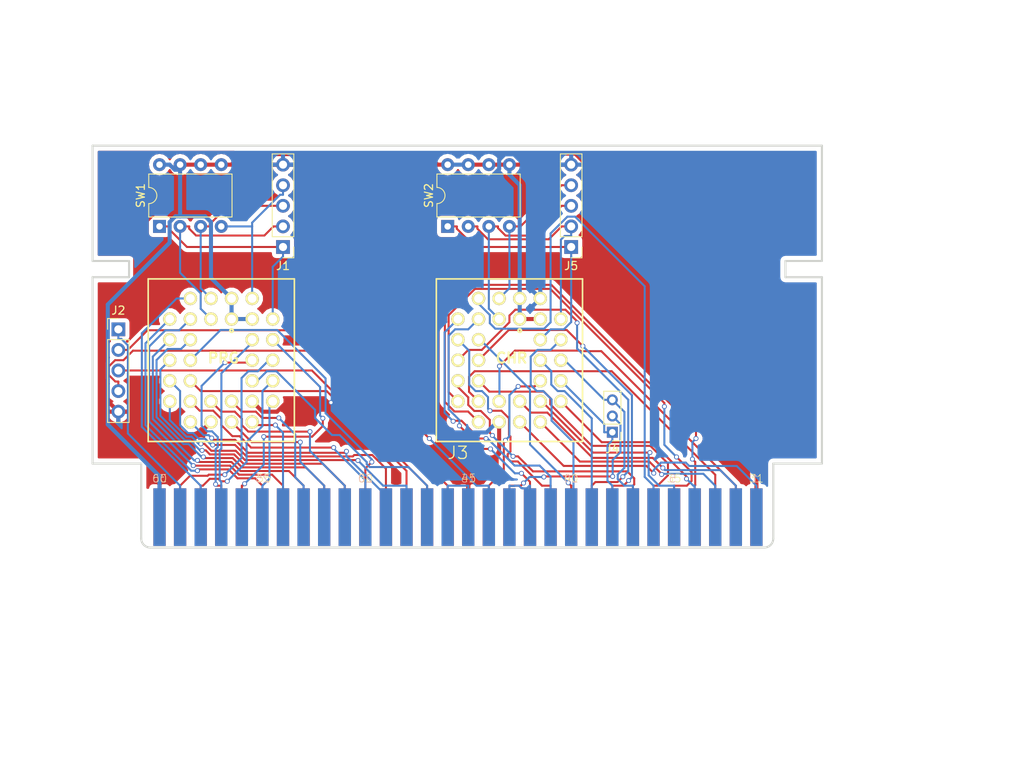
<source format=kicad_pcb>
(kicad_pcb (version 4) (host pcbnew 4.0.7)

  (general
    (links 94)
    (no_connects 0)
    (area 93.345 67.31 219.710001 163.830001)
    (thickness 1.6)
    (drawings 20)
    (tracks 719)
    (zones 0)
    (modules 9)
    (nets 65)
  )

  (page A4)
  (layers
    (0 Top signal)
    (31 Bottom signal)
    (32 B.Adhes user)
    (33 F.Adhes user)
    (34 B.Paste user)
    (35 F.Paste user)
    (36 B.SilkS user)
    (37 F.SilkS user)
    (38 B.Mask user)
    (39 F.Mask user)
    (40 Dwgs.User user)
    (41 Cmts.User user)
    (42 Eco1.User user)
    (43 Eco2.User user)
    (44 Edge.Cuts user)
    (45 Margin user)
    (46 B.CrtYd user)
    (47 F.CrtYd user)
    (48 B.Fab user)
    (49 F.Fab user)
  )

  (setup
    (last_trace_width 0.25)
    (trace_clearance 0.2)
    (zone_clearance 0.508)
    (zone_45_only yes)
    (trace_min 0.2)
    (segment_width 0.254)
    (edge_width 0.15)
    (via_size 0.6)
    (via_drill 0.4)
    (via_min_size 0.4)
    (via_min_drill 0.3)
    (uvia_size 0.3)
    (uvia_drill 0.1)
    (uvias_allowed no)
    (uvia_min_size 0.2)
    (uvia_min_drill 0.1)
    (pcb_text_width 0.3)
    (pcb_text_size 1.5 1.5)
    (mod_edge_width 0.15)
    (mod_text_size 1 1)
    (mod_text_width 0.15)
    (pad_size 7.112 1.524)
    (pad_drill 0)
    (pad_to_mask_clearance 0.2)
    (aux_axis_origin 0 0)
    (visible_elements 7FFFFFFF)
    (pcbplotparams
      (layerselection 0x010f0_80000001)
      (usegerberextensions true)
      (excludeedgelayer true)
      (linewidth 0.150000)
      (plotframeref false)
      (viasonmask false)
      (mode 1)
      (useauxorigin false)
      (hpglpennumber 1)
      (hpglpenspeed 20)
      (hpglpendiameter 15)
      (hpglpenoverlay 2)
      (psnegative false)
      (psa4output false)
      (plotreference true)
      (plotvalue true)
      (plotinvisibletext false)
      (padsonsilk false)
      (subtractmaskfromsilk false)
      (outputformat 1)
      (mirror false)
      (drillshape 0)
      (scaleselection 1)
      (outputdirectory ../))
  )

  (net 0 "")
  (net 1 VCC)
  (net 2 "Net-(IC1-Pad2)")
  (net 3 "Net-(IC1-Pad3)")
  (net 4 A12)
  (net 5 A7)
  (net 6 A6)
  (net 7 A5)
  (net 8 A4)
  (net 9 A3)
  (net 10 A2)
  (net 11 A1)
  (net 12 A0)
  (net 13 D0)
  (net 14 D1)
  (net 15 D2)
  (net 16 GND)
  (net 17 D3)
  (net 18 D4)
  (net 19 D5)
  (net 20 D6)
  (net 21 D7)
  (net 22 A10)
  (net 23 ROMSEL)
  (net 24 A11)
  (net 25 A9)
  (net 26 A8)
  (net 27 A13)
  (net 28 "Net-(IC1-Pad29)")
  (net 29 "Net-(IC1-Pad30)")
  (net 30 "Net-(IC2-Pad2)")
  (net 31 "Net-(IC2-Pad3)")
  (net 32 PA12)
  (net 33 PA7)
  (net 34 PA6)
  (net 35 PA5)
  (net 36 PA4)
  (net 37 PA3)
  (net 38 PA2)
  (net 39 PA1)
  (net 40 PA0)
  (net 41 PD0)
  (net 42 PD1)
  (net 43 PD2)
  (net 44 PD3)
  (net 45 PD4)
  (net 46 PD5)
  (net 47 PD6)
  (net 48 PD7)
  (net 49 PA13)
  (net 50 PA10)
  (net 51 RD)
  (net 52 PA11)
  (net 53 PA9)
  (net 54 PA8)
  (net 55 "Net-(IC2-Pad28)")
  (net 56 "Net-(IC2-Pad29)")
  (net 57 F2)
  (net 58 WE)
  (net 59 RW)
  (net 60 IRQ)
  (net 61 /PA13)
  (net 62 IN)
  (net 63 A14)
  (net 64 VRAMA10)

  (net_class Default "Ceci est la Netclass par défaut"
    (clearance 0.2)
    (trace_width 0.25)
    (via_dia 0.6)
    (via_drill 0.4)
    (uvia_dia 0.3)
    (uvia_drill 0.1)
    (add_net /PA13)
    (add_net A0)
    (add_net A1)
    (add_net A10)
    (add_net A11)
    (add_net A12)
    (add_net A13)
    (add_net A14)
    (add_net A2)
    (add_net A3)
    (add_net A4)
    (add_net A5)
    (add_net A6)
    (add_net A7)
    (add_net A8)
    (add_net A9)
    (add_net D0)
    (add_net D1)
    (add_net D2)
    (add_net D3)
    (add_net D4)
    (add_net D5)
    (add_net D6)
    (add_net D7)
    (add_net F2)
    (add_net IN)
    (add_net IRQ)
    (add_net "Net-(IC1-Pad2)")
    (add_net "Net-(IC1-Pad29)")
    (add_net "Net-(IC1-Pad3)")
    (add_net "Net-(IC1-Pad30)")
    (add_net "Net-(IC2-Pad2)")
    (add_net "Net-(IC2-Pad28)")
    (add_net "Net-(IC2-Pad29)")
    (add_net "Net-(IC2-Pad3)")
    (add_net PA0)
    (add_net PA1)
    (add_net PA10)
    (add_net PA11)
    (add_net PA12)
    (add_net PA13)
    (add_net PA2)
    (add_net PA3)
    (add_net PA4)
    (add_net PA5)
    (add_net PA6)
    (add_net PA7)
    (add_net PA8)
    (add_net PA9)
    (add_net PD0)
    (add_net PD1)
    (add_net PD2)
    (add_net PD3)
    (add_net PD4)
    (add_net PD5)
    (add_net PD6)
    (add_net PD7)
    (add_net RD)
    (add_net ROMSEL)
    (add_net RW)
    (add_net VRAMA10)
    (add_net WE)
  )

  (net_class POWER ""
    (clearance 0.2)
    (trace_width 0.5)
    (via_dia 0.6)
    (via_drill 0.4)
    (uvia_dia 0.3)
    (uvia_drill 0.1)
    (add_net GND)
    (add_net VCC)
  )

  (module SamacSys_Parts:540-88-032-24-008 (layer Top) (tedit 5AF30376) (tstamp 5AF2F5D6)
    (at 120.65 111.76 180)
    (descr 540-88-032-24-008)
    (tags Connector)
    (path /5AF00967)
    (fp_text reference PRG (at -0.263 0.269 180) (layer F.SilkS)
      (effects (font (size 1.27 1.27) (thickness 0.254)))
    )
    (fp_text value "PRG ROM" (at -0.263 0.269 180) (layer F.SilkS) hide
      (effects (font (size 1.27 1.27) (thickness 0.254)))
    )
    (fp_line (start -9.02 -10.03) (end 9.02 -10.03) (layer Dwgs.User) (width 0.2))
    (fp_line (start 9.02 -10.03) (end 9.02 10.03) (layer Dwgs.User) (width 0.2))
    (fp_line (start 9.02 10.03) (end -9.02 10.03) (layer Dwgs.User) (width 0.2))
    (fp_line (start -9.02 10.03) (end -9.02 -10.03) (layer Dwgs.User) (width 0.2))
    (fp_line (start -9.02 10.03) (end -9.02 -10.03) (layer F.SilkS) (width 0.2))
    (fp_line (start -9.02 -10.03) (end 9.02 -10.03) (layer F.SilkS) (width 0.2))
    (fp_line (start 9.02 -10.03) (end 9.02 10.03) (layer F.SilkS) (width 0.2))
    (fp_line (start 9.02 10.03) (end -9.02 10.03) (layer F.SilkS) (width 0.2))
    (fp_circle (center -1.268 3.652) (end -1.33251 3.652) (layer F.SilkS) (width 0.254))
    (pad 1 thru_hole circle (at -1.27 5.08 270) (size 1.65 1.65) (drill 1.09) (layers *.Cu *.Mask F.SilkS)
      (net 1 VCC))
    (pad 2 thru_hole circle (at 1.27 7.62 270) (size 1.65 1.65) (drill 1.09) (layers *.Cu *.Mask F.SilkS)
      (net 2 "Net-(IC1-Pad2)"))
    (pad 3 thru_hole circle (at 1.27 5.08 270) (size 1.65 1.65) (drill 1.09) (layers *.Cu *.Mask F.SilkS)
      (net 3 "Net-(IC1-Pad3)"))
    (pad 4 thru_hole circle (at 3.81 7.62 270) (size 1.65 1.65) (drill 1.09) (layers *.Cu *.Mask F.SilkS)
      (net 4 A12))
    (pad 5 thru_hole circle (at 6.35 5.08 270) (size 1.65 1.65) (drill 1.09) (layers *.Cu *.Mask F.SilkS)
      (net 5 A7))
    (pad 6 thru_hole circle (at 3.81 5.08 270) (size 1.65 1.65) (drill 1.09) (layers *.Cu *.Mask F.SilkS)
      (net 6 A6))
    (pad 7 thru_hole circle (at 6.35 2.54 270) (size 1.65 1.65) (drill 1.09) (layers *.Cu *.Mask F.SilkS)
      (net 7 A5))
    (pad 8 thru_hole circle (at 3.81 2.54 270) (size 1.65 1.65) (drill 1.09) (layers *.Cu *.Mask F.SilkS)
      (net 8 A4))
    (pad 9 thru_hole circle (at 6.35 0 270) (size 1.65 1.65) (drill 1.09) (layers *.Cu *.Mask F.SilkS)
      (net 9 A3))
    (pad 10 thru_hole circle (at 3.81 0 270) (size 1.65 1.65) (drill 1.09) (layers *.Cu *.Mask F.SilkS)
      (net 10 A2))
    (pad 11 thru_hole circle (at 6.35 -2.54 270) (size 1.65 1.65) (drill 1.09) (layers *.Cu *.Mask F.SilkS)
      (net 11 A1))
    (pad 12 thru_hole circle (at 3.81 -2.54 270) (size 1.65 1.65) (drill 1.09) (layers *.Cu *.Mask F.SilkS)
      (net 12 A0))
    (pad 13 thru_hole circle (at 6.35 -5.08 270) (size 1.65 1.65) (drill 1.09) (layers *.Cu *.Mask F.SilkS)
      (net 13 D0))
    (pad 14 thru_hole circle (at 3.81 -7.62 270) (size 1.65 1.65) (drill 1.09) (layers *.Cu *.Mask F.SilkS)
      (net 14 D1))
    (pad 15 thru_hole circle (at 3.81 -5.08 270) (size 1.65 1.65) (drill 1.09) (layers *.Cu *.Mask F.SilkS)
      (net 15 D2))
    (pad 16 thru_hole circle (at 1.27 -7.62 270) (size 1.65 1.65) (drill 1.09) (layers *.Cu *.Mask F.SilkS)
      (net 16 GND))
    (pad 17 thru_hole circle (at 1.27 -5.08 270) (size 1.65 1.65) (drill 1.09) (layers *.Cu *.Mask F.SilkS)
      (net 17 D3))
    (pad 18 thru_hole circle (at -1.27 -7.62 270) (size 1.65 1.65) (drill 1.09) (layers *.Cu *.Mask F.SilkS)
      (net 18 D4))
    (pad 19 thru_hole circle (at -1.27 -5.08 270) (size 1.65 1.65) (drill 1.09) (layers *.Cu *.Mask F.SilkS)
      (net 19 D5))
    (pad 20 thru_hole circle (at -3.81 -7.62 270) (size 1.65 1.65) (drill 1.09) (layers *.Cu *.Mask F.SilkS)
      (net 20 D6))
    (pad 21 thru_hole circle (at -6.35 -5.08 270) (size 1.65 1.65) (drill 1.09) (layers *.Cu *.Mask F.SilkS)
      (net 21 D7))
    (pad 22 thru_hole circle (at -3.81 -5.08 270) (size 1.65 1.65) (drill 1.09) (layers *.Cu *.Mask F.SilkS)
      (net 16 GND))
    (pad 23 thru_hole circle (at -6.35 -2.54 270) (size 1.65 1.65) (drill 1.09) (layers *.Cu *.Mask F.SilkS)
      (net 22 A10))
    (pad 24 thru_hole circle (at -3.81 -2.54 270) (size 1.65 1.65) (drill 1.09) (layers *.Cu *.Mask F.SilkS)
      (net 23 ROMSEL))
    (pad 25 thru_hole circle (at -6.35 0 270) (size 1.65 1.65) (drill 1.09) (layers *.Cu *.Mask F.SilkS)
      (net 24 A11))
    (pad 26 thru_hole circle (at -3.81 0 270) (size 1.65 1.65) (drill 1.09) (layers *.Cu *.Mask F.SilkS)
      (net 25 A9))
    (pad 27 thru_hole circle (at -6.35 2.54 270) (size 1.65 1.65) (drill 1.09) (layers *.Cu *.Mask F.SilkS)
      (net 26 A8))
    (pad 28 thru_hole circle (at -3.81 2.54 270) (size 1.65 1.65) (drill 1.09) (layers *.Cu *.Mask F.SilkS)
      (net 27 A13))
    (pad 29 thru_hole circle (at -6.35 5.08 270) (size 1.65 1.65) (drill 1.09) (layers *.Cu *.Mask F.SilkS)
      (net 28 "Net-(IC1-Pad29)"))
    (pad 30 thru_hole circle (at -3.81 7.62 270) (size 1.65 1.65) (drill 1.09) (layers *.Cu *.Mask F.SilkS)
      (net 29 "Net-(IC1-Pad30)"))
    (pad 31 thru_hole circle (at -3.81 5.08 270) (size 1.65 1.65) (drill 1.09) (layers *.Cu *.Mask F.SilkS)
      (net 1 VCC))
    (pad 32 thru_hole circle (at -1.27 7.62 270) (size 1.65 1.65) (drill 1.09) (layers *.Cu *.Mask F.SilkS)
      (net 1 VCC))
  )

  (module SamacSys_Parts:540-88-032-24-008 (layer Top) (tedit 5AF303A0) (tstamp 5AF2F5FA)
    (at 156.21 111.76 180)
    (descr 540-88-032-24-008)
    (tags Connector)
    (path /5AF009C3)
    (fp_text reference CHR (at -0.263 0.269 180) (layer F.SilkS)
      (effects (font (size 1.27 1.27) (thickness 0.254)))
    )
    (fp_text value "CHR ROM" (at -0.263 0.269 180) (layer F.SilkS) hide
      (effects (font (size 1.27 1.27) (thickness 0.254)))
    )
    (fp_line (start -9.02 -10.03) (end 9.02 -10.03) (layer Dwgs.User) (width 0.2))
    (fp_line (start 9.02 -10.03) (end 9.02 10.03) (layer Dwgs.User) (width 0.2))
    (fp_line (start 9.02 10.03) (end -9.02 10.03) (layer Dwgs.User) (width 0.2))
    (fp_line (start -9.02 10.03) (end -9.02 -10.03) (layer Dwgs.User) (width 0.2))
    (fp_line (start -9.02 10.03) (end -9.02 -10.03) (layer F.SilkS) (width 0.2))
    (fp_line (start -9.02 -10.03) (end 9.02 -10.03) (layer F.SilkS) (width 0.2))
    (fp_line (start 9.02 -10.03) (end 9.02 10.03) (layer F.SilkS) (width 0.2))
    (fp_line (start 9.02 10.03) (end -9.02 10.03) (layer F.SilkS) (width 0.2))
    (fp_circle (center -1.268 3.652) (end -1.33251 3.652) (layer F.SilkS) (width 0.254))
    (pad 1 thru_hole circle (at -1.27 5.08 270) (size 1.65 1.65) (drill 1.09) (layers *.Cu *.Mask F.SilkS)
      (net 1 VCC))
    (pad 2 thru_hole circle (at 1.27 7.62 270) (size 1.65 1.65) (drill 1.09) (layers *.Cu *.Mask F.SilkS)
      (net 30 "Net-(IC2-Pad2)"))
    (pad 3 thru_hole circle (at 1.27 5.08 270) (size 1.65 1.65) (drill 1.09) (layers *.Cu *.Mask F.SilkS)
      (net 31 "Net-(IC2-Pad3)"))
    (pad 4 thru_hole circle (at 3.81 7.62 270) (size 1.65 1.65) (drill 1.09) (layers *.Cu *.Mask F.SilkS)
      (net 32 PA12))
    (pad 5 thru_hole circle (at 6.35 5.08 270) (size 1.65 1.65) (drill 1.09) (layers *.Cu *.Mask F.SilkS)
      (net 33 PA7))
    (pad 6 thru_hole circle (at 3.81 5.08 270) (size 1.65 1.65) (drill 1.09) (layers *.Cu *.Mask F.SilkS)
      (net 34 PA6))
    (pad 7 thru_hole circle (at 6.35 2.54 270) (size 1.65 1.65) (drill 1.09) (layers *.Cu *.Mask F.SilkS)
      (net 35 PA5))
    (pad 8 thru_hole circle (at 3.81 2.54 270) (size 1.65 1.65) (drill 1.09) (layers *.Cu *.Mask F.SilkS)
      (net 36 PA4))
    (pad 9 thru_hole circle (at 6.35 0 270) (size 1.65 1.65) (drill 1.09) (layers *.Cu *.Mask F.SilkS)
      (net 37 PA3))
    (pad 10 thru_hole circle (at 3.81 0 270) (size 1.65 1.65) (drill 1.09) (layers *.Cu *.Mask F.SilkS)
      (net 38 PA2))
    (pad 11 thru_hole circle (at 6.35 -2.54 270) (size 1.65 1.65) (drill 1.09) (layers *.Cu *.Mask F.SilkS)
      (net 39 PA1))
    (pad 12 thru_hole circle (at 3.81 -2.54 270) (size 1.65 1.65) (drill 1.09) (layers *.Cu *.Mask F.SilkS)
      (net 40 PA0))
    (pad 13 thru_hole circle (at 6.35 -5.08 270) (size 1.65 1.65) (drill 1.09) (layers *.Cu *.Mask F.SilkS)
      (net 41 PD0))
    (pad 14 thru_hole circle (at 3.81 -7.62 270) (size 1.65 1.65) (drill 1.09) (layers *.Cu *.Mask F.SilkS)
      (net 42 PD1))
    (pad 15 thru_hole circle (at 3.81 -5.08 270) (size 1.65 1.65) (drill 1.09) (layers *.Cu *.Mask F.SilkS)
      (net 43 PD2))
    (pad 16 thru_hole circle (at 1.27 -7.62 270) (size 1.65 1.65) (drill 1.09) (layers *.Cu *.Mask F.SilkS)
      (net 16 GND))
    (pad 17 thru_hole circle (at 1.27 -5.08 270) (size 1.65 1.65) (drill 1.09) (layers *.Cu *.Mask F.SilkS)
      (net 44 PD3))
    (pad 18 thru_hole circle (at -1.27 -7.62 270) (size 1.65 1.65) (drill 1.09) (layers *.Cu *.Mask F.SilkS)
      (net 45 PD4))
    (pad 19 thru_hole circle (at -1.27 -5.08 270) (size 1.65 1.65) (drill 1.09) (layers *.Cu *.Mask F.SilkS)
      (net 46 PD5))
    (pad 20 thru_hole circle (at -3.81 -7.62 270) (size 1.65 1.65) (drill 1.09) (layers *.Cu *.Mask F.SilkS)
      (net 47 PD6))
    (pad 21 thru_hole circle (at -6.35 -5.08 270) (size 1.65 1.65) (drill 1.09) (layers *.Cu *.Mask F.SilkS)
      (net 48 PD7))
    (pad 22 thru_hole circle (at -3.81 -5.08 270) (size 1.65 1.65) (drill 1.09) (layers *.Cu *.Mask F.SilkS)
      (net 49 PA13))
    (pad 23 thru_hole circle (at -6.35 -2.54 270) (size 1.65 1.65) (drill 1.09) (layers *.Cu *.Mask F.SilkS)
      (net 50 PA10))
    (pad 24 thru_hole circle (at -3.81 -2.54 270) (size 1.65 1.65) (drill 1.09) (layers *.Cu *.Mask F.SilkS)
      (net 51 RD))
    (pad 25 thru_hole circle (at -6.35 0 270) (size 1.65 1.65) (drill 1.09) (layers *.Cu *.Mask F.SilkS)
      (net 52 PA11))
    (pad 26 thru_hole circle (at -3.81 0 270) (size 1.65 1.65) (drill 1.09) (layers *.Cu *.Mask F.SilkS)
      (net 53 PA9))
    (pad 27 thru_hole circle (at -6.35 2.54 270) (size 1.65 1.65) (drill 1.09) (layers *.Cu *.Mask F.SilkS)
      (net 54 PA8))
    (pad 28 thru_hole circle (at -3.81 2.54 270) (size 1.65 1.65) (drill 1.09) (layers *.Cu *.Mask F.SilkS)
      (net 55 "Net-(IC2-Pad28)"))
    (pad 29 thru_hole circle (at -6.35 5.08 270) (size 1.65 1.65) (drill 1.09) (layers *.Cu *.Mask F.SilkS)
      (net 56 "Net-(IC2-Pad29)"))
    (pad 30 thru_hole circle (at -3.81 7.62 270) (size 1.65 1.65) (drill 1.09) (layers *.Cu *.Mask F.SilkS)
      (net 16 GND))
    (pad 31 thru_hole circle (at -3.81 5.08 270) (size 1.65 1.65) (drill 1.09) (layers *.Cu *.Mask F.SilkS)
      (net 1 VCC))
    (pad 32 thru_hole circle (at -1.27 7.62 270) (size 1.65 1.65) (drill 1.09) (layers *.Cu *.Mask F.SilkS)
      (net 1 VCC))
  )

  (module Pin_Headers:Pin_Header_Straight_1x05_Pitch2.54mm (layer Top) (tedit 59650532) (tstamp 5AF2F603)
    (at 128.27 97.79 180)
    (descr "Through hole straight pin header, 1x05, 2.54mm pitch, single row")
    (tags "Through hole pin header THT 1x05 2.54mm single row")
    (path /5AF01B4D)
    (fp_text reference J1 (at 0 -2.33 180) (layer F.SilkS)
      (effects (font (size 1 1) (thickness 0.15)))
    )
    (fp_text value "SIP R" (at 0 12.49 180) (layer F.Fab)
      (effects (font (size 1 1) (thickness 0.15)))
    )
    (fp_line (start -0.635 -1.27) (end 1.27 -1.27) (layer F.Fab) (width 0.1))
    (fp_line (start 1.27 -1.27) (end 1.27 11.43) (layer F.Fab) (width 0.1))
    (fp_line (start 1.27 11.43) (end -1.27 11.43) (layer F.Fab) (width 0.1))
    (fp_line (start -1.27 11.43) (end -1.27 -0.635) (layer F.Fab) (width 0.1))
    (fp_line (start -1.27 -0.635) (end -0.635 -1.27) (layer F.Fab) (width 0.1))
    (fp_line (start -1.33 11.49) (end 1.33 11.49) (layer F.SilkS) (width 0.12))
    (fp_line (start -1.33 1.27) (end -1.33 11.49) (layer F.SilkS) (width 0.12))
    (fp_line (start 1.33 1.27) (end 1.33 11.49) (layer F.SilkS) (width 0.12))
    (fp_line (start -1.33 1.27) (end 1.33 1.27) (layer F.SilkS) (width 0.12))
    (fp_line (start -1.33 0) (end -1.33 -1.33) (layer F.SilkS) (width 0.12))
    (fp_line (start -1.33 -1.33) (end 0 -1.33) (layer F.SilkS) (width 0.12))
    (fp_line (start -1.8 -1.8) (end -1.8 11.95) (layer F.CrtYd) (width 0.05))
    (fp_line (start -1.8 11.95) (end 1.8 11.95) (layer F.CrtYd) (width 0.05))
    (fp_line (start 1.8 11.95) (end 1.8 -1.8) (layer F.CrtYd) (width 0.05))
    (fp_line (start 1.8 -1.8) (end -1.8 -1.8) (layer F.CrtYd) (width 0.05))
    (fp_text user %R (at 0 5.08 270) (layer F.Fab)
      (effects (font (size 1 1) (thickness 0.15)))
    )
    (pad 1 thru_hole rect (at 0 0 180) (size 1.7 1.7) (drill 1) (layers *.Cu *.Mask)
      (net 28 "Net-(IC1-Pad29)"))
    (pad 2 thru_hole oval (at 0 2.54 180) (size 1.7 1.7) (drill 1) (layers *.Cu *.Mask)
      (net 3 "Net-(IC1-Pad3)"))
    (pad 3 thru_hole oval (at 0 5.08 180) (size 1.7 1.7) (drill 1) (layers *.Cu *.Mask)
      (net 2 "Net-(IC1-Pad2)"))
    (pad 4 thru_hole oval (at 0 7.62 180) (size 1.7 1.7) (drill 1) (layers *.Cu *.Mask)
      (net 29 "Net-(IC1-Pad30)"))
    (pad 5 thru_hole oval (at 0 10.16 180) (size 1.7 1.7) (drill 1) (layers *.Cu *.Mask)
      (net 16 GND))
    (model ${KISYS3DMOD}/Pin_Headers.3dshapes/Pin_Header_Straight_1x05_Pitch2.54mm.wrl
      (at (xyz 0 0 0))
      (scale (xyz 1 1 1))
      (rotate (xyz 0 0 0))
    )
  )

  (module Pin_Headers:Pin_Header_Straight_1x05_Pitch2.54mm (layer Top) (tedit 59650532) (tstamp 5AF2F60C)
    (at 107.95 107.95)
    (descr "Through hole straight pin header, 1x05, 2.54mm pitch, single row")
    (tags "Through hole pin header THT 1x05 2.54mm single row")
    (path /5AF041A4)
    (fp_text reference J2 (at 0 -2.33) (layer F.SilkS)
      (effects (font (size 1 1) (thickness 0.15)))
    )
    (fp_text value DEBUG (at 0 12.49) (layer F.Fab)
      (effects (font (size 1 1) (thickness 0.15)))
    )
    (fp_line (start -0.635 -1.27) (end 1.27 -1.27) (layer F.Fab) (width 0.1))
    (fp_line (start 1.27 -1.27) (end 1.27 11.43) (layer F.Fab) (width 0.1))
    (fp_line (start 1.27 11.43) (end -1.27 11.43) (layer F.Fab) (width 0.1))
    (fp_line (start -1.27 11.43) (end -1.27 -0.635) (layer F.Fab) (width 0.1))
    (fp_line (start -1.27 -0.635) (end -0.635 -1.27) (layer F.Fab) (width 0.1))
    (fp_line (start -1.33 11.49) (end 1.33 11.49) (layer F.SilkS) (width 0.12))
    (fp_line (start -1.33 1.27) (end -1.33 11.49) (layer F.SilkS) (width 0.12))
    (fp_line (start 1.33 1.27) (end 1.33 11.49) (layer F.SilkS) (width 0.12))
    (fp_line (start -1.33 1.27) (end 1.33 1.27) (layer F.SilkS) (width 0.12))
    (fp_line (start -1.33 0) (end -1.33 -1.33) (layer F.SilkS) (width 0.12))
    (fp_line (start -1.33 -1.33) (end 0 -1.33) (layer F.SilkS) (width 0.12))
    (fp_line (start -1.8 -1.8) (end -1.8 11.95) (layer F.CrtYd) (width 0.05))
    (fp_line (start -1.8 11.95) (end 1.8 11.95) (layer F.CrtYd) (width 0.05))
    (fp_line (start 1.8 11.95) (end 1.8 -1.8) (layer F.CrtYd) (width 0.05))
    (fp_line (start 1.8 -1.8) (end -1.8 -1.8) (layer F.CrtYd) (width 0.05))
    (fp_text user %R (at 0 5.08 90) (layer F.Fab)
      (effects (font (size 1 1) (thickness 0.15)))
    )
    (pad 1 thru_hole rect (at 0 0) (size 1.7 1.7) (drill 1) (layers *.Cu *.Mask)
      (net 57 F2))
    (pad 2 thru_hole oval (at 0 2.54) (size 1.7 1.7) (drill 1) (layers *.Cu *.Mask)
      (net 58 WE))
    (pad 3 thru_hole oval (at 0 5.08) (size 1.7 1.7) (drill 1) (layers *.Cu *.Mask)
      (net 59 RW))
    (pad 4 thru_hole oval (at 0 7.62) (size 1.7 1.7) (drill 1) (layers *.Cu *.Mask)
      (net 60 IRQ))
    (pad 5 thru_hole oval (at 0 10.16) (size 1.7 1.7) (drill 1) (layers *.Cu *.Mask)
      (net 16 GND))
    (model ${KISYS3DMOD}/Pin_Headers.3dshapes/Pin_Header_Straight_1x05_Pitch2.54mm.wrl
      (at (xyz 0 0 0))
      (scale (xyz 1 1 1))
      (rotate (xyz 0 0 0))
    )
  )

  (module GAME:FAMICOM (layer Top) (tedit 5AF303BD) (tstamp 5AF2F64C)
    (at 149.86 123.19)
    (path /5AF00A67)
    (fp_text reference J3 (at 0 0) (layer F.SilkS)
      (effects (font (thickness 0.15)))
    )
    (fp_text value EDGE (at 0 0) (layer Dwgs.User)
      (effects (font (thickness 0.15)))
    )
    (fp_text user 1 (at 37.1475 3.175) (layer B.SilkS)
      (effects (font (size 0.9652 0.9652) (thickness 0.08128)) (justify left mirror))
    )
    (fp_text user "" (at -37.465 0.9525) (layer B.SilkS)
      (effects (font (size 0.84455 0.84455) (thickness 0.14224)) (justify right top mirror))
    )
    (fp_text user 5 (at 26.9875 3.175) (layer B.SilkS)
      (effects (font (size 0.9652 0.9652) (thickness 0.08128)) (justify left mirror))
    )
    (fp_text user 10 (at 13.97 3.175) (layer B.SilkS)
      (effects (font (size 0.9652 0.9652) (thickness 0.08128)) (justify mirror))
    )
    (fp_text user 15 (at 1.27 3.175) (layer B.SilkS)
      (effects (font (size 0.9652 0.9652) (thickness 0.08128)) (justify mirror))
    )
    (fp_text user 20 (at -11.43 3.175) (layer B.SilkS)
      (effects (font (size 0.9652 0.9652) (thickness 0.08128)) (justify mirror))
    )
    (fp_text user 25 (at -24.13 3.175) (layer B.SilkS)
      (effects (font (size 0.9652 0.9652) (thickness 0.08128)) (justify mirror))
    )
    (fp_text user 30 (at -36.83 3.175) (layer B.SilkS)
      (effects (font (size 0.9652 0.9652) (thickness 0.08128)) (justify mirror))
    )
    (fp_text user 60 (at -37.7825 3.175) (layer F.SilkS)
      (effects (font (size 0.9652 0.9652) (thickness 0.08128)) (justify left))
    )
    (fp_text user "" (at -37.1475 1.905) (layer F.SilkS)
      (effects (font (size 0.84455 0.84455) (thickness 0.14224)) (justify left bottom))
    )
    (fp_text user 55 (at -24.9112 3.1176) (layer F.SilkS)
      (effects (font (size 0.9652 0.9652) (thickness 0.08128)) (justify left))
    )
    (fp_text user 50 (at -11.3984 3.1684) (layer F.SilkS)
      (effects (font (size 0.9652 0.9652) (thickness 0.08128)))
    )
    (fp_text user 45 (at 1.327 3.1303) (layer F.SilkS)
      (effects (font (size 0.9652 0.9652) (thickness 0.08128)))
    )
    (fp_text user 40 (at 13.9508 3.1684) (layer F.SilkS)
      (effects (font (size 0.9652 0.9652) (thickness 0.08128)))
    )
    (fp_text user 35 (at 26.6635 3.1557) (layer F.SilkS)
      (effects (font (size 0.9652 0.9652) (thickness 0.08128)))
    )
    (fp_text user 31 (at 36.83 3.175) (layer F.SilkS)
      (effects (font (size 0.9652 0.9652) (thickness 0.08128)))
    )
    (pad 1 smd rect (at 36.83 7.9375 90) (size 7.112 1.524) (layers Bottom B.Paste B.Mask)
      (net 45 PD4))
    (pad 2 smd rect (at 34.29 7.9375 90) (size 7.112 1.524) (layers Bottom B.Paste B.Mask)
      (net 46 PD5))
    (pad 3 smd rect (at 31.75 7.9375 90) (size 7.112 1.524) (layers Bottom B.Paste B.Mask)
      (net 47 PD6))
    (pad 4 smd rect (at 29.21 7.9375 90) (size 7.112 1.524) (layers Bottom B.Paste B.Mask)
      (net 48 PD7))
    (pad 5 smd rect (at 26.67 7.9375 90) (size 7.112 1.524) (layers Bottom B.Paste B.Mask)
      (net 49 PA13))
    (pad 6 smd rect (at 24.13 7.9375 90) (size 7.112 1.524) (layers Bottom B.Paste B.Mask)
      (net 32 PA12))
    (pad 7 smd rect (at 21.59 7.9375 90) (size 7.112 1.524) (layers Bottom B.Paste B.Mask)
      (net 52 PA11))
    (pad 8 smd rect (at 19.05 7.9375 90) (size 7.112 1.524) (layers Bottom B.Paste B.Mask)
      (net 50 PA10))
    (pad 9 smd rect (at 16.51 7.9375 90) (size 7.112 1.524) (layers Bottom B.Paste B.Mask)
      (net 53 PA9))
    (pad 10 smd rect (at 13.97 7.9375 90) (size 7.112 1.524) (layers Bottom B.Paste B.Mask)
      (net 54 PA8))
    (pad 11 smd rect (at 11.43 7.9375 90) (size 7.112 1.524) (layers Bottom B.Paste B.Mask)
      (net 33 PA7))
    (pad 12 smd rect (at 8.89 7.9375 90) (size 7.112 1.524) (layers Bottom B.Paste B.Mask)
      (net 61 /PA13))
    (pad 13 smd rect (at 6.35 7.9375 90) (size 7.112 1.524) (layers Bottom B.Paste B.Mask)
      (net 61 /PA13))
    (pad 14 smd rect (at 3.81 7.9375 90) (size 7.112 1.524) (layers Bottom B.Paste B.Mask)
      (net 58 WE))
    (pad 15 smd rect (at 1.27 7.9375 90) (size 7.112 1.524) (layers Bottom B.Paste B.Mask)
      (net 62 IN))
    (pad 16 smd rect (at -1.27 7.9375 90) (size 7.112 1.524) (layers Bottom B.Paste B.Mask)
      (net 62 IN))
    (pad 17 smd rect (at -3.81 7.9375 90) (size 7.112 1.524) (layers Bottom B.Paste B.Mask)
      (net 23 ROMSEL))
    (pad 18 smd rect (at -6.35 7.9375 90) (size 7.112 1.524) (layers Bottom B.Paste B.Mask)
      (net 13 D0))
    (pad 19 smd rect (at -8.89 7.9375 90) (size 7.112 1.524) (layers Bottom B.Paste B.Mask)
      (net 14 D1))
    (pad 20 smd rect (at -11.43 7.9375 90) (size 7.112 1.524) (layers Bottom B.Paste B.Mask)
      (net 15 D2))
    (pad 21 smd rect (at -13.97 7.9375 90) (size 7.112 1.524) (layers Bottom B.Paste B.Mask)
      (net 17 D3))
    (pad 22 smd rect (at -16.51 7.9375 90) (size 7.112 1.524) (layers Bottom B.Paste B.Mask)
      (net 18 D4))
    (pad 23 smd rect (at -19.05 7.9375 90) (size 7.112 1.524) (layers Bottom B.Paste B.Mask)
      (net 19 D5))
    (pad 24 smd rect (at -21.59 7.9375 90) (size 7.112 1.524) (layers Bottom B.Paste B.Mask)
      (net 20 D6))
    (pad 25 smd rect (at -24.13 7.9375 90) (size 7.112 1.524) (layers Bottom B.Paste B.Mask)
      (net 21 D7))
    (pad 26 smd rect (at -26.67 7.9375 90) (size 7.112 1.524) (layers Bottom B.Paste B.Mask)
      (net 63 A14))
    (pad 27 smd rect (at -29.21 7.9375 90) (size 7.112 1.524) (layers Bottom B.Paste B.Mask)
      (net 27 A13))
    (pad 28 smd rect (at -31.75 7.9375 90) (size 7.112 1.524) (layers Bottom B.Paste B.Mask)
      (net 4 A12))
    (pad 29 smd rect (at -34.29 7.9375 90) (size 7.112 1.524) (layers Bottom B.Paste B.Mask)
      (net 57 F2))
    (pad 30 smd rect (at -36.83 7.9375 90) (size 7.112 1.524) (layers Bottom B.Paste B.Mask)
      (net 1 VCC))
    (pad 31 smd rect (at 36.83 7.9375 90) (size 7.112 1.524) (layers Top F.Paste F.Mask)
      (net 1 VCC))
    (pad 32 smd rect (at 34.29 7.9375 90) (size 7.112 1.524) (layers Top F.Paste F.Mask)
      (net 44 PD3))
    (pad 33 smd rect (at 31.75 7.9375 90) (size 7.112 1.524) (layers Top F.Paste F.Mask)
      (net 43 PD2))
    (pad 34 smd rect (at 29.21 7.9375 90) (size 7.112 1.524) (layers Top F.Paste F.Mask)
      (net 42 PD1))
    (pad 35 smd rect (at 26.67 7.9375 90) (size 7.112 1.524) (layers Top F.Paste F.Mask)
      (net 41 PD0))
    (pad 36 smd rect (at 24.13 7.9375 90) (size 7.112 1.524) (layers Top F.Paste F.Mask)
      (net 40 PA0))
    (pad 37 smd rect (at 21.59 7.9375 90) (size 7.112 1.524) (layers Top F.Paste F.Mask)
      (net 39 PA1))
    (pad 38 smd rect (at 19.05 7.9375 90) (size 7.112 1.524) (layers Top F.Paste F.Mask)
      (net 38 PA2))
    (pad 39 smd rect (at 16.51 7.9375 90) (size 7.112 1.524) (layers Top F.Paste F.Mask)
      (net 37 PA3))
    (pad 40 smd rect (at 13.97 7.9375 90) (size 7.112 1.524) (layers Top F.Paste F.Mask)
      (net 36 PA4))
    (pad 41 smd rect (at 11.43 7.9375 90) (size 7.112 1.524) (layers Top F.Paste F.Mask)
      (net 35 PA5))
    (pad 42 smd rect (at 8.89 7.9375 90) (size 7.112 1.524) (layers Top F.Paste F.Mask)
      (net 34 PA6))
    (pad 43 smd rect (at 6.35 7.9375 90) (size 7.112 1.524) (layers Top F.Paste F.Mask)
      (net 64 VRAMA10))
    (pad 44 smd rect (at 3.81 7.9375 90) (size 7.112 1.524) (layers Top F.Paste F.Mask)
      (net 51 RD))
    (pad 45 smd rect (at 1.27 7.9375 90) (size 7.112 1.524) (layers Top F.Paste F.Mask)
      (net 16 GND))
    (pad 46 smd rect (at -1.27 7.9375 90) (size 7.112 1.524) (layers Top F.Paste F.Mask)
      (net 60 IRQ))
    (pad 47 smd rect (at -3.81 7.9375 90) (size 7.112 1.524) (layers Top F.Paste F.Mask)
      (net 59 RW))
    (pad 48 smd rect (at -6.35 7.9375 90) (size 7.112 1.524) (layers Top F.Paste F.Mask)
      (net 12 A0))
    (pad 49 smd rect (at -8.89 7.9375 90) (size 7.112 1.524) (layers Top F.Paste F.Mask)
      (net 11 A1))
    (pad 50 smd rect (at -11.43 7.9375 90) (size 7.112 1.524) (layers Top F.Paste F.Mask)
      (net 10 A2))
    (pad 51 smd rect (at -13.97 7.9375 90) (size 7.112 1.524) (layers Top F.Paste F.Mask)
      (net 9 A3))
    (pad 52 smd rect (at -16.51 7.9375 90) (size 7.112 1.524) (layers Top F.Paste F.Mask)
      (net 8 A4))
    (pad 53 smd rect (at -19.05 7.9375 90) (size 7.112 1.524) (layers Top F.Paste F.Mask)
      (net 7 A5))
    (pad 54 smd rect (at -21.59 7.9375 90) (size 7.112 1.524) (layers Top F.Paste F.Mask)
      (net 6 A6))
    (pad 55 smd rect (at -24.13 7.9375 90) (size 7.112 1.524) (layers Top F.Paste F.Mask)
      (net 5 A7))
    (pad 56 smd rect (at -26.67 7.9375 90) (size 7.112 1.524) (layers Top F.Paste F.Mask)
      (net 26 A8))
    (pad 57 smd rect (at -29.21 7.9375 90) (size 7.112 1.524) (layers Top F.Paste F.Mask)
      (net 25 A9))
    (pad 58 smd rect (at -31.75 7.9375 90) (size 7.112 1.524) (layers Top F.Paste F.Mask)
      (net 22 A10))
    (pad 59 smd rect (at -34.29 7.9375 90) (size 7.112 1.524) (layers Top F.Paste F.Mask)
      (net 24 A11))
    (pad 60 smd rect (at -36.83 7.9375 90) (size 7.112 1.524) (layers Top F.Paste F.Mask)
      (net 16 GND))
  )

  (module Pin_Headers:Pin_Header_Straight_1x03_Pitch2.00mm (layer Top) (tedit 59650533) (tstamp 5AF2F653)
    (at 168.91 120.65 180)
    (descr "Through hole straight pin header, 1x03, 2.00mm pitch, single row")
    (tags "Through hole pin header THT 1x03 2.00mm single row")
    (path /5AF02C4C)
    (fp_text reference J4 (at 0 -2.06 180) (layer F.SilkS)
      (effects (font (size 1 1) (thickness 0.15)))
    )
    (fp_text value H/V (at 0 6.06 180) (layer F.Fab)
      (effects (font (size 1 1) (thickness 0.15)))
    )
    (fp_line (start -0.5 -1) (end 1 -1) (layer F.Fab) (width 0.1))
    (fp_line (start 1 -1) (end 1 5) (layer F.Fab) (width 0.1))
    (fp_line (start 1 5) (end -1 5) (layer F.Fab) (width 0.1))
    (fp_line (start -1 5) (end -1 -0.5) (layer F.Fab) (width 0.1))
    (fp_line (start -1 -0.5) (end -0.5 -1) (layer F.Fab) (width 0.1))
    (fp_line (start -1.06 5.06) (end 1.06 5.06) (layer F.SilkS) (width 0.12))
    (fp_line (start -1.06 1) (end -1.06 5.06) (layer F.SilkS) (width 0.12))
    (fp_line (start 1.06 1) (end 1.06 5.06) (layer F.SilkS) (width 0.12))
    (fp_line (start -1.06 1) (end 1.06 1) (layer F.SilkS) (width 0.12))
    (fp_line (start -1.06 0) (end -1.06 -1.06) (layer F.SilkS) (width 0.12))
    (fp_line (start -1.06 -1.06) (end 0 -1.06) (layer F.SilkS) (width 0.12))
    (fp_line (start -1.5 -1.5) (end -1.5 5.5) (layer F.CrtYd) (width 0.05))
    (fp_line (start -1.5 5.5) (end 1.5 5.5) (layer F.CrtYd) (width 0.05))
    (fp_line (start 1.5 5.5) (end 1.5 -1.5) (layer F.CrtYd) (width 0.05))
    (fp_line (start 1.5 -1.5) (end -1.5 -1.5) (layer F.CrtYd) (width 0.05))
    (fp_text user %R (at 0 2 270) (layer F.Fab)
      (effects (font (size 1 1) (thickness 0.15)))
    )
    (pad 1 thru_hole rect (at 0 0 180) (size 1.35 1.35) (drill 0.8) (layers *.Cu *.Mask)
      (net 50 PA10))
    (pad 2 thru_hole oval (at 0 2 180) (size 1.35 1.35) (drill 0.8) (layers *.Cu *.Mask)
      (net 64 VRAMA10))
    (pad 3 thru_hole oval (at 0 4 180) (size 1.35 1.35) (drill 0.8) (layers *.Cu *.Mask)
      (net 52 PA11))
    (model ${KISYS3DMOD}/Pin_Headers.3dshapes/Pin_Header_Straight_1x03_Pitch2.00mm.wrl
      (at (xyz 0 0 0))
      (scale (xyz 1 1 1))
      (rotate (xyz 0 0 0))
    )
  )

  (module Pin_Headers:Pin_Header_Straight_1x05_Pitch2.54mm (layer Top) (tedit 59650532) (tstamp 5AF2F65C)
    (at 163.83 97.79 180)
    (descr "Through hole straight pin header, 1x05, 2.54mm pitch, single row")
    (tags "Through hole pin header THT 1x05 2.54mm single row")
    (path /5AF03299)
    (fp_text reference J5 (at 0 -2.33 180) (layer F.SilkS)
      (effects (font (size 1 1) (thickness 0.15)))
    )
    (fp_text value "SIP R" (at 0 12.49 180) (layer F.Fab)
      (effects (font (size 1 1) (thickness 0.15)))
    )
    (fp_line (start -0.635 -1.27) (end 1.27 -1.27) (layer F.Fab) (width 0.1))
    (fp_line (start 1.27 -1.27) (end 1.27 11.43) (layer F.Fab) (width 0.1))
    (fp_line (start 1.27 11.43) (end -1.27 11.43) (layer F.Fab) (width 0.1))
    (fp_line (start -1.27 11.43) (end -1.27 -0.635) (layer F.Fab) (width 0.1))
    (fp_line (start -1.27 -0.635) (end -0.635 -1.27) (layer F.Fab) (width 0.1))
    (fp_line (start -1.33 11.49) (end 1.33 11.49) (layer F.SilkS) (width 0.12))
    (fp_line (start -1.33 1.27) (end -1.33 11.49) (layer F.SilkS) (width 0.12))
    (fp_line (start 1.33 1.27) (end 1.33 11.49) (layer F.SilkS) (width 0.12))
    (fp_line (start -1.33 1.27) (end 1.33 1.27) (layer F.SilkS) (width 0.12))
    (fp_line (start -1.33 0) (end -1.33 -1.33) (layer F.SilkS) (width 0.12))
    (fp_line (start -1.33 -1.33) (end 0 -1.33) (layer F.SilkS) (width 0.12))
    (fp_line (start -1.8 -1.8) (end -1.8 11.95) (layer F.CrtYd) (width 0.05))
    (fp_line (start -1.8 11.95) (end 1.8 11.95) (layer F.CrtYd) (width 0.05))
    (fp_line (start 1.8 11.95) (end 1.8 -1.8) (layer F.CrtYd) (width 0.05))
    (fp_line (start 1.8 -1.8) (end -1.8 -1.8) (layer F.CrtYd) (width 0.05))
    (fp_text user %R (at 0 5.08 270) (layer F.Fab)
      (effects (font (size 1 1) (thickness 0.15)))
    )
    (pad 1 thru_hole rect (at 0 0 180) (size 1.7 1.7) (drill 1) (layers *.Cu *.Mask)
      (net 55 "Net-(IC2-Pad28)"))
    (pad 2 thru_hole oval (at 0 2.54 180) (size 1.7 1.7) (drill 1) (layers *.Cu *.Mask)
      (net 56 "Net-(IC2-Pad29)"))
    (pad 3 thru_hole oval (at 0 5.08 180) (size 1.7 1.7) (drill 1) (layers *.Cu *.Mask)
      (net 31 "Net-(IC2-Pad3)"))
    (pad 4 thru_hole oval (at 0 7.62 180) (size 1.7 1.7) (drill 1) (layers *.Cu *.Mask)
      (net 30 "Net-(IC2-Pad2)"))
    (pad 5 thru_hole oval (at 0 10.16 180) (size 1.7 1.7) (drill 1) (layers *.Cu *.Mask)
      (net 16 GND))
    (model ${KISYS3DMOD}/Pin_Headers.3dshapes/Pin_Header_Straight_1x05_Pitch2.54mm.wrl
      (at (xyz 0 0 0))
      (scale (xyz 1 1 1))
      (rotate (xyz 0 0 0))
    )
  )

  (module Housings_DIP:DIP-8_W7.62mm (layer Top) (tedit 59C78D6B) (tstamp 5AF2F668)
    (at 113.03 95.25 90)
    (descr "8-lead though-hole mounted DIP package, row spacing 7.62 mm (300 mils)")
    (tags "THT DIP DIL PDIP 2.54mm 7.62mm 300mil")
    (path /5AF01885)
    (fp_text reference SW1 (at 3.81 -2.33 90) (layer F.SilkS)
      (effects (font (size 1 1) (thickness 0.15)))
    )
    (fp_text value SW_DIP_x04 (at 3.81 9.95 90) (layer F.Fab)
      (effects (font (size 1 1) (thickness 0.15)))
    )
    (fp_arc (start 3.81 -1.33) (end 2.81 -1.33) (angle -180) (layer F.SilkS) (width 0.12))
    (fp_line (start 1.635 -1.27) (end 6.985 -1.27) (layer F.Fab) (width 0.1))
    (fp_line (start 6.985 -1.27) (end 6.985 8.89) (layer F.Fab) (width 0.1))
    (fp_line (start 6.985 8.89) (end 0.635 8.89) (layer F.Fab) (width 0.1))
    (fp_line (start 0.635 8.89) (end 0.635 -0.27) (layer F.Fab) (width 0.1))
    (fp_line (start 0.635 -0.27) (end 1.635 -1.27) (layer F.Fab) (width 0.1))
    (fp_line (start 2.81 -1.33) (end 1.16 -1.33) (layer F.SilkS) (width 0.12))
    (fp_line (start 1.16 -1.33) (end 1.16 8.95) (layer F.SilkS) (width 0.12))
    (fp_line (start 1.16 8.95) (end 6.46 8.95) (layer F.SilkS) (width 0.12))
    (fp_line (start 6.46 8.95) (end 6.46 -1.33) (layer F.SilkS) (width 0.12))
    (fp_line (start 6.46 -1.33) (end 4.81 -1.33) (layer F.SilkS) (width 0.12))
    (fp_line (start -1.1 -1.55) (end -1.1 9.15) (layer F.CrtYd) (width 0.05))
    (fp_line (start -1.1 9.15) (end 8.7 9.15) (layer F.CrtYd) (width 0.05))
    (fp_line (start 8.7 9.15) (end 8.7 -1.55) (layer F.CrtYd) (width 0.05))
    (fp_line (start 8.7 -1.55) (end -1.1 -1.55) (layer F.CrtYd) (width 0.05))
    (fp_text user %R (at 3.81 3.81 90) (layer F.Fab)
      (effects (font (size 1 1) (thickness 0.15)))
    )
    (pad 1 thru_hole rect (at 0 0 90) (size 1.6 1.6) (drill 0.8) (layers *.Cu *.Mask)
      (net 28 "Net-(IC1-Pad29)"))
    (pad 5 thru_hole oval (at 7.62 7.62 90) (size 1.6 1.6) (drill 0.8) (layers *.Cu *.Mask)
      (net 1 VCC))
    (pad 2 thru_hole oval (at 0 2.54 90) (size 1.6 1.6) (drill 0.8) (layers *.Cu *.Mask)
      (net 3 "Net-(IC1-Pad3)"))
    (pad 6 thru_hole oval (at 7.62 5.08 90) (size 1.6 1.6) (drill 0.8) (layers *.Cu *.Mask)
      (net 1 VCC))
    (pad 3 thru_hole oval (at 0 5.08 90) (size 1.6 1.6) (drill 0.8) (layers *.Cu *.Mask)
      (net 2 "Net-(IC1-Pad2)"))
    (pad 7 thru_hole oval (at 7.62 2.54 90) (size 1.6 1.6) (drill 0.8) (layers *.Cu *.Mask)
      (net 1 VCC))
    (pad 4 thru_hole oval (at 0 7.62 90) (size 1.6 1.6) (drill 0.8) (layers *.Cu *.Mask)
      (net 29 "Net-(IC1-Pad30)"))
    (pad 8 thru_hole oval (at 7.62 0 90) (size 1.6 1.6) (drill 0.8) (layers *.Cu *.Mask)
      (net 1 VCC))
    (model ${KISYS3DMOD}/Housings_DIP.3dshapes/DIP-8_W7.62mm.wrl
      (at (xyz 0 0 0))
      (scale (xyz 1 1 1))
      (rotate (xyz 0 0 0))
    )
  )

  (module Housings_DIP:DIP-8_W7.62mm (layer Top) (tedit 59C78D6B) (tstamp 5AF2F674)
    (at 148.59 95.25 90)
    (descr "8-lead though-hole mounted DIP package, row spacing 7.62 mm (300 mils)")
    (tags "THT DIP DIL PDIP 2.54mm 7.62mm 300mil")
    (path /5AF0258A)
    (fp_text reference SW2 (at 3.81 -2.33 90) (layer F.SilkS)
      (effects (font (size 1 1) (thickness 0.15)))
    )
    (fp_text value SW_DIP_x04 (at 3.81 9.95 90) (layer F.Fab)
      (effects (font (size 1 1) (thickness 0.15)))
    )
    (fp_arc (start 3.81 -1.33) (end 2.81 -1.33) (angle -180) (layer F.SilkS) (width 0.12))
    (fp_line (start 1.635 -1.27) (end 6.985 -1.27) (layer F.Fab) (width 0.1))
    (fp_line (start 6.985 -1.27) (end 6.985 8.89) (layer F.Fab) (width 0.1))
    (fp_line (start 6.985 8.89) (end 0.635 8.89) (layer F.Fab) (width 0.1))
    (fp_line (start 0.635 8.89) (end 0.635 -0.27) (layer F.Fab) (width 0.1))
    (fp_line (start 0.635 -0.27) (end 1.635 -1.27) (layer F.Fab) (width 0.1))
    (fp_line (start 2.81 -1.33) (end 1.16 -1.33) (layer F.SilkS) (width 0.12))
    (fp_line (start 1.16 -1.33) (end 1.16 8.95) (layer F.SilkS) (width 0.12))
    (fp_line (start 1.16 8.95) (end 6.46 8.95) (layer F.SilkS) (width 0.12))
    (fp_line (start 6.46 8.95) (end 6.46 -1.33) (layer F.SilkS) (width 0.12))
    (fp_line (start 6.46 -1.33) (end 4.81 -1.33) (layer F.SilkS) (width 0.12))
    (fp_line (start -1.1 -1.55) (end -1.1 9.15) (layer F.CrtYd) (width 0.05))
    (fp_line (start -1.1 9.15) (end 8.7 9.15) (layer F.CrtYd) (width 0.05))
    (fp_line (start 8.7 9.15) (end 8.7 -1.55) (layer F.CrtYd) (width 0.05))
    (fp_line (start 8.7 -1.55) (end -1.1 -1.55) (layer F.CrtYd) (width 0.05))
    (fp_text user %R (at 3.81 3.81 90) (layer F.Fab)
      (effects (font (size 1 1) (thickness 0.15)))
    )
    (pad 1 thru_hole rect (at 0 0 90) (size 1.6 1.6) (drill 0.8) (layers *.Cu *.Mask)
      (net 55 "Net-(IC2-Pad28)"))
    (pad 5 thru_hole oval (at 7.62 7.62 90) (size 1.6 1.6) (drill 0.8) (layers *.Cu *.Mask)
      (net 1 VCC))
    (pad 2 thru_hole oval (at 0 2.54 90) (size 1.6 1.6) (drill 0.8) (layers *.Cu *.Mask)
      (net 56 "Net-(IC2-Pad29)"))
    (pad 6 thru_hole oval (at 7.62 5.08 90) (size 1.6 1.6) (drill 0.8) (layers *.Cu *.Mask)
      (net 1 VCC))
    (pad 3 thru_hole oval (at 0 5.08 90) (size 1.6 1.6) (drill 0.8) (layers *.Cu *.Mask)
      (net 31 "Net-(IC2-Pad3)"))
    (pad 7 thru_hole oval (at 7.62 2.54 90) (size 1.6 1.6) (drill 0.8) (layers *.Cu *.Mask)
      (net 1 VCC))
    (pad 4 thru_hole oval (at 0 7.62 90) (size 1.6 1.6) (drill 0.8) (layers *.Cu *.Mask)
      (net 30 "Net-(IC2-Pad2)"))
    (pad 8 thru_hole oval (at 7.62 0 90) (size 1.6 1.6) (drill 0.8) (layers *.Cu *.Mask)
      (net 1 VCC))
    (model ${KISYS3DMOD}/Housings_DIP.3dshapes/DIP-8_W7.62mm.wrl
      (at (xyz 0 0 0))
      (scale (xyz 1 1 1))
      (rotate (xyz 0 0 0))
    )
  )

  (dimension 90.17 (width 0.3) (layer Dwgs.User)
    (gr_text "90.170 mm" (at 149.86 83.82) (layer Dwgs.User)
      (effects (font (size 1.5 1.5) (thickness 0.3)))
    )
    (feature1 (pts (xy 194.945 83.82) (xy 194.945 83.82)))
    (feature2 (pts (xy 104.775 83.82) (xy 104.775 83.82)))
    (crossbar (pts (xy 104.775 83.82) (xy 194.945 83.82)))
    (arrow1a (pts (xy 194.945 83.82) (xy 193.818496 84.406421)))
    (arrow1b (pts (xy 194.945 83.82) (xy 193.818496 83.233579)))
    (arrow2a (pts (xy 104.775 83.82) (xy 105.901504 84.406421)))
    (arrow2b (pts (xy 104.775 83.82) (xy 105.901504 83.233579)))
  )
  (dimension 50.165 (width 0.3) (layer Dwgs.User)
    (gr_text "50.165 mm" (at 195.58 110.1725 270) (layer Dwgs.User)
      (effects (font (size 1.5 1.5) (thickness 0.3)))
    )
    (feature1 (pts (xy 195.58 135.255) (xy 195.58 135.255)))
    (feature2 (pts (xy 195.58 85.09) (xy 195.58 85.09)))
    (crossbar (pts (xy 195.58 85.09) (xy 195.58 135.255)))
    (arrow1a (pts (xy 195.58 135.255) (xy 194.993579 134.128496)))
    (arrow1b (pts (xy 195.58 135.255) (xy 196.166421 134.128496)))
    (arrow2a (pts (xy 195.58 85.09) (xy 194.993579 86.216504)))
    (arrow2b (pts (xy 195.58 85.09) (xy 196.166421 86.216504)))
  )
  (gr_line (start 109.2711 101.5161) (end 109.2711 99.5161) (layer Edge.Cuts) (width 0.254) (tstamp 7FCDFB8))
  (gr_line (start 104.7711 101.5161) (end 109.2711 101.5161) (layer Edge.Cuts) (width 0.254) (tstamp 7FCDAB8))
  (gr_line (start 111.889131 134.8811) (end 187.653069 134.8811) (layer Edge.Cuts) (width 0.254) (tstamp 7FC9878))
  (gr_arc (start 187.653068 133.76307) (end 187.653069 134.8811) (angle -90) (layer Edge.Cuts) (width 0.254) (tstamp 7FC9D78))
  (gr_line (start 188.7711 133.763069) (end 188.7711 124.5161) (layer Edge.Cuts) (width 0.254) (tstamp 7FCA318))
  (gr_arc (start 111.88913 133.76307) (end 111.889131 134.8811) (angle 90) (layer Edge.Cuts) (width 0.254) (tstamp 7FCA818))
  (gr_line (start 110.7711 133.763069) (end 110.7711 124.5161) (layer Edge.Cuts) (width 0.254) (tstamp 7FCADB8))
  (gr_line (start 188.7711 124.5161) (end 194.7711 124.5161) (layer Edge.Cuts) (width 0.254) (tstamp 7FCB2B8))
  (gr_line (start 194.7711 124.5161) (end 194.7711 101.5161) (layer Edge.Cuts) (width 0.254) (tstamp 7FCB7B8))
  (gr_line (start 194.7711 101.5161) (end 190.2711 101.5161) (layer Edge.Cuts) (width 0.254) (tstamp 7FCBCB8))
  (gr_line (start 190.2711 101.5161) (end 190.2711 99.5161) (layer Edge.Cuts) (width 0.254) (tstamp 7FCC1B8))
  (gr_line (start 190.2711 99.5161) (end 194.7711 99.5161) (layer Edge.Cuts) (width 0.254) (tstamp 7FCC6B8))
  (gr_line (start 194.7711 99.5161) (end 194.7711 85.2861) (layer Edge.Cuts) (width 0.254) (tstamp 7FCCBB8))
  (gr_line (start 110.7711 124.5161) (end 104.7711 124.5161) (layer Edge.Cuts) (width 0.254) (tstamp 7FCD0B8))
  (gr_line (start 104.7711 124.5161) (end 104.7711 101.5161) (layer Edge.Cuts) (width 0.254) (tstamp 7FCD5B8))
  (gr_line (start 109.2711 99.5161) (end 104.7711 99.5161) (layer Edge.Cuts) (width 0.254) (tstamp 7FCE4B8))
  (gr_line (start 104.7711 99.5161) (end 104.7711 85.2861) (layer Edge.Cuts) (width 0.254) (tstamp 7FCE9B8))
  (gr_line (start 104.7711 85.2861) (end 194.7711 85.2861) (layer Edge.Cuts) (width 0.254) (tstamp 7FD0718))

  (segment (start 151.13 87.63) (end 153.67 87.63) (width 0.5) (layer Top) (net 1))
  (segment (start 157.48 104.14) (end 157.48 106.68) (width 0.5) (layer Bottom) (net 1))
  (segment (start 121.92 104.14) (end 121.92 106.68) (width 0.5) (layer Bottom) (net 1))
  (segment (start 124.46 106.68) (end 121.92 106.68) (width 0.5) (layer Bottom) (net 1))
  (segment (start 118.11 87.63) (end 115.57 87.63) (width 0.5) (layer Top) (net 1))
  (segment (start 151.13 87.63) (end 148.59 87.63) (width 0.5) (layer Bottom) (net 1))
  (segment (start 157.48 90.1503) (end 157.48 104.14) (width 0.5) (layer Bottom) (net 1))
  (segment (start 156.21 88.8803) (end 157.48 90.1503) (width 0.5) (layer Bottom) (net 1))
  (segment (start 156.21 87.63) (end 156.21 88.8803) (width 0.5) (layer Bottom) (net 1))
  (segment (start 153.67 87.63) (end 156.21 87.63) (width 0.5) (layer Top) (net 1))
  (segment (start 186.69 108.6179) (end 186.69 131.1275) (width 0.5) (layer Top) (net 1))
  (segment (start 164.3379 86.2658) (end 186.69 108.6179) (width 0.5) (layer Top) (net 1))
  (segment (start 158.8245 86.2658) (end 164.3379 86.2658) (width 0.5) (layer Top) (net 1))
  (segment (start 157.4603 87.63) (end 158.8245 86.2658) (width 0.5) (layer Top) (net 1))
  (segment (start 156.21 87.63) (end 157.4603 87.63) (width 0.5) (layer Top) (net 1))
  (segment (start 120.65 87.63) (end 118.11 87.63) (width 0.5) (layer Top) (net 1))
  (segment (start 115.57 88.8803) (end 115.57 93.9996) (width 0.5) (layer Bottom) (net 1))
  (segment (start 114.9926 93.9996) (end 115.57 93.9996) (width 0.5) (layer Bottom) (net 1))
  (segment (start 114.2804 94.7118) (end 114.9926 93.9996) (width 0.5) (layer Bottom) (net 1))
  (segment (start 114.2804 97.2555) (end 114.2804 94.7118) (width 0.5) (layer Bottom) (net 1))
  (segment (start 106.6496 104.8863) (end 114.2804 97.2555) (width 0.5) (layer Bottom) (net 1))
  (segment (start 106.6496 119.6972) (end 106.6496 104.8863) (width 0.5) (layer Bottom) (net 1))
  (segment (start 113.03 126.0776) (end 106.6496 119.6972) (width 0.5) (layer Bottom) (net 1))
  (segment (start 113.03 131.1275) (end 113.03 126.0776) (width 0.5) (layer Bottom) (net 1))
  (segment (start 119.38 101.6) (end 121.92 104.14) (width 0.5) (layer Bottom) (net 1))
  (segment (start 119.38 94.7182) (end 119.38 101.6) (width 0.5) (layer Bottom) (net 1))
  (segment (start 118.6614 93.9996) (end 119.38 94.7182) (width 0.5) (layer Bottom) (net 1))
  (segment (start 115.57 93.9996) (end 118.6614 93.9996) (width 0.5) (layer Bottom) (net 1))
  (segment (start 123.2023 86.328) (end 121.9003 87.63) (width 0.5) (layer Top) (net 1))
  (segment (start 146.0377 86.328) (end 123.2023 86.328) (width 0.5) (layer Top) (net 1))
  (segment (start 147.3397 87.63) (end 146.0377 86.328) (width 0.5) (layer Top) (net 1))
  (segment (start 148.59 87.63) (end 147.3397 87.63) (width 0.5) (layer Top) (net 1))
  (segment (start 120.65 87.63) (end 121.9003 87.63) (width 0.5) (layer Top) (net 1))
  (segment (start 115.57 87.63) (end 115.57 88.2551) (width 0.5) (layer Bottom) (net 1))
  (segment (start 115.57 88.2551) (end 115.57 88.8803) (width 0.5) (layer Bottom) (net 1))
  (segment (start 114.9054 88.2551) (end 114.2803 87.63) (width 0.5) (layer Bottom) (net 1))
  (segment (start 115.57 88.2551) (end 114.9054 88.2551) (width 0.5) (layer Bottom) (net 1))
  (segment (start 113.03 87.63) (end 114.2803 87.63) (width 0.5) (layer Bottom) (net 1))
  (segment (start 157.48 106.68) (end 160.02 106.68) (width 0.5) (layer Top) (net 1))
  (segment (start 118.11 102.87) (end 119.38 104.14) (width 0.25) (layer Bottom) (net 2))
  (segment (start 118.11 95.25) (end 118.11 102.87) (width 0.25) (layer Bottom) (net 2))
  (segment (start 119.2353 94.9687) (end 119.2353 95.25) (width 0.25) (layer Top) (net 2))
  (segment (start 121.494 92.71) (end 119.2353 94.9687) (width 0.25) (layer Top) (net 2))
  (segment (start 128.27 92.71) (end 121.494 92.71) (width 0.25) (layer Top) (net 2))
  (segment (start 118.11 95.25) (end 119.2353 95.25) (width 0.25) (layer Top) (net 2))
  (segment (start 116.6953 95.5314) (end 116.6953 95.25) (width 0.25) (layer Top) (net 3))
  (segment (start 117.5392 96.3753) (end 116.6953 95.5314) (width 0.25) (layer Top) (net 3))
  (segment (start 125.9694 96.3753) (end 117.5392 96.3753) (width 0.25) (layer Top) (net 3))
  (segment (start 127.0947 95.25) (end 125.9694 96.3753) (width 0.25) (layer Top) (net 3))
  (segment (start 128.27 95.25) (end 127.0947 95.25) (width 0.25) (layer Top) (net 3))
  (segment (start 115.57 95.25) (end 116.6953 95.25) (width 0.25) (layer Top) (net 3))
  (segment (start 118.11 105.41) (end 119.38 106.68) (width 0.25) (layer Bottom) (net 3))
  (segment (start 118.11 103.5069) (end 118.11 105.41) (width 0.25) (layer Bottom) (net 3))
  (segment (start 115.57 100.9669) (end 118.11 103.5069) (width 0.25) (layer Bottom) (net 3))
  (segment (start 115.57 95.25) (end 115.57 100.9669) (width 0.25) (layer Bottom) (net 3))
  (segment (start 118.11 131.1275) (end 118.11 127.2462) (width 0.25) (layer Bottom) (net 4))
  (segment (start 110.8486 119.9848) (end 118.11 127.2462) (width 0.25) (layer Bottom) (net 4))
  (segment (start 110.8486 108.4341) (end 110.8486 119.9848) (width 0.25) (layer Bottom) (net 4))
  (segment (start 115.1427 104.14) (end 110.8486 108.4341) (width 0.25) (layer Bottom) (net 4))
  (segment (start 116.84 104.14) (end 115.1427 104.14) (width 0.25) (layer Bottom) (net 4))
  (via (at 117.7112 125.397) (size 0.6) (layers Top Bottom) (net 5))
  (segment (start 125.73 131.1275) (end 125.73 127.2462) (width 0.25) (layer Top) (net 5))
  (segment (start 116.9353 125.397) (end 117.7112 125.397) (width 0.25) (layer Bottom) (net 5))
  (segment (start 111.2989 119.7606) (end 116.9353 125.397) (width 0.25) (layer Bottom) (net 5))
  (segment (start 111.2989 109.6811) (end 111.2989 119.7606) (width 0.25) (layer Bottom) (net 5))
  (segment (start 114.3 106.68) (end 111.2989 109.6811) (width 0.25) (layer Bottom) (net 5))
  (segment (start 117.8751 125.2331) (end 117.7112 125.397) (width 0.25) (layer Top) (net 5))
  (segment (start 121.5454 125.2331) (end 117.8751 125.2331) (width 0.25) (layer Top) (net 5))
  (segment (start 122.6492 126.3369) (end 121.5454 125.2331) (width 0.25) (layer Top) (net 5))
  (segment (start 124.8207 126.3369) (end 122.6492 126.3369) (width 0.25) (layer Top) (net 5))
  (segment (start 125.73 127.2462) (end 124.8207 126.3369) (width 0.25) (layer Top) (net 5))
  (via (at 117.1943 124.7716) (size 0.6) (layers Top Bottom) (net 6))
  (segment (start 128.27 131.1275) (end 128.27 127.2462) (width 0.25) (layer Top) (net 6))
  (segment (start 111.7492 119.3265) (end 117.1943 124.7716) (width 0.25) (layer Bottom) (net 6))
  (segment (start 111.7492 110.0774) (end 111.7492 119.3265) (width 0.25) (layer Bottom) (net 6))
  (segment (start 113.757 108.0696) (end 111.7492 110.0774) (width 0.25) (layer Bottom) (net 6))
  (segment (start 115.4504 108.0696) (end 113.757 108.0696) (width 0.25) (layer Bottom) (net 6))
  (segment (start 116.84 106.68) (end 115.4504 108.0696) (width 0.25) (layer Bottom) (net 6))
  (segment (start 126.9104 125.8866) (end 128.27 127.2462) (width 0.25) (layer Top) (net 6))
  (segment (start 122.8358 125.8866) (end 126.9104 125.8866) (width 0.25) (layer Top) (net 6))
  (segment (start 121.7208 124.7716) (end 122.8358 125.8866) (width 0.25) (layer Top) (net 6))
  (segment (start 117.1943 124.7716) (end 121.7208 124.7716) (width 0.25) (layer Top) (net 6))
  (via (at 117.7116 124.1223) (size 0.6) (layers Top Bottom) (net 7))
  (segment (start 130.81 131.1275) (end 130.81 127.2462) (width 0.25) (layer Top) (net 7))
  (segment (start 117.3143 124.1223) (end 117.7116 124.1223) (width 0.25) (layer Bottom) (net 7))
  (segment (start 112.1996 119.0076) (end 117.3143 124.1223) (width 0.25) (layer Bottom) (net 7))
  (segment (start 112.1996 111.3204) (end 112.1996 119.0076) (width 0.25) (layer Bottom) (net 7))
  (segment (start 114.3 109.22) (end 112.1996 111.3204) (width 0.25) (layer Bottom) (net 7))
  (segment (start 129.0001 125.4363) (end 130.81 127.2462) (width 0.25) (layer Top) (net 7))
  (segment (start 123.0224 125.4363) (end 129.0001 125.4363) (width 0.25) (layer Top) (net 7))
  (segment (start 121.9074 124.3213) (end 123.0224 125.4363) (width 0.25) (layer Top) (net 7))
  (segment (start 117.9106 124.3213) (end 121.9074 124.3213) (width 0.25) (layer Top) (net 7))
  (segment (start 117.7116 124.1223) (end 117.9106 124.3213) (width 0.25) (layer Top) (net 7))
  (via (at 118.4378 123.696) (size 0.6) (layers Top Bottom) (net 8))
  (segment (start 133.35 131.1275) (end 133.35 127.2462) (width 0.25) (layer Top) (net 8))
  (segment (start 115.6896 110.3704) (end 116.84 109.22) (width 0.25) (layer Bottom) (net 8))
  (segment (start 114.0383 110.3704) (end 115.6896 110.3704) (width 0.25) (layer Bottom) (net 8))
  (segment (start 112.664 111.7447) (end 114.0383 110.3704) (width 0.25) (layer Bottom) (net 8))
  (segment (start 112.664 118.7868) (end 112.664 111.7447) (width 0.25) (layer Bottom) (net 8))
  (segment (start 115.9793 122.1021) (end 112.664 118.7868) (width 0.25) (layer Bottom) (net 8))
  (segment (start 116.6162 122.1021) (end 115.9793 122.1021) (width 0.25) (layer Bottom) (net 8))
  (segment (start 118.2101 123.696) (end 116.6162 122.1021) (width 0.25) (layer Bottom) (net 8))
  (segment (start 118.4378 123.696) (end 118.2101 123.696) (width 0.25) (layer Bottom) (net 8))
  (segment (start 118.5799 123.8381) (end 118.4378 123.696) (width 0.25) (layer Top) (net 8))
  (segment (start 122.0611 123.8381) (end 118.5799 123.8381) (width 0.25) (layer Top) (net 8))
  (segment (start 123.209 124.986) (end 122.0611 123.8381) (width 0.25) (layer Top) (net 8))
  (segment (start 131.0898 124.986) (end 123.209 124.986) (width 0.25) (layer Top) (net 8))
  (segment (start 133.35 127.2462) (end 131.0898 124.986) (width 0.25) (layer Top) (net 8))
  (via (at 118.2826 122.884) (size 0.6) (layers Top Bottom) (net 9))
  (segment (start 135.89 131.1275) (end 135.89 127.2462) (width 0.25) (layer Top) (net 9))
  (segment (start 113.1366 112.9234) (end 114.3 111.76) (width 0.25) (layer Bottom) (net 9))
  (segment (start 113.1366 118.6199) (end 113.1366 112.9234) (width 0.25) (layer Bottom) (net 9))
  (segment (start 116.1685 121.6518) (end 113.1366 118.6199) (width 0.25) (layer Bottom) (net 9))
  (segment (start 116.8028 121.6518) (end 116.1685 121.6518) (width 0.25) (layer Bottom) (net 9))
  (segment (start 118.035 122.884) (end 116.8028 121.6518) (width 0.25) (layer Bottom) (net 9))
  (segment (start 118.2826 122.884) (end 118.035 122.884) (width 0.25) (layer Bottom) (net 9))
  (segment (start 133.1795 124.5357) (end 135.89 127.2462) (width 0.25) (layer Top) (net 9))
  (segment (start 123.3956 124.5357) (end 133.1795 124.5357) (width 0.25) (layer Top) (net 9))
  (segment (start 122.2477 123.3878) (end 123.3956 124.5357) (width 0.25) (layer Top) (net 9))
  (segment (start 119.2417 123.3878) (end 122.2477 123.3878) (width 0.25) (layer Top) (net 9))
  (segment (start 118.7379 122.884) (end 119.2417 123.3878) (width 0.25) (layer Top) (net 9))
  (segment (start 118.2826 122.884) (end 118.7379 122.884) (width 0.25) (layer Top) (net 9))
  (via (at 139.2271 124.3211) (size 0.6) (layers Top Bottom) (net 10))
  (segment (start 138.43 125.1182) (end 139.2271 124.3211) (width 0.25) (layer Top) (net 10))
  (segment (start 138.43 131.1275) (end 138.43 125.1182) (width 0.25) (layer Top) (net 10))
  (segment (start 120.5673 108.0327) (end 116.84 111.76) (width 0.25) (layer Bottom) (net 10))
  (segment (start 127.5477 108.0327) (end 120.5673 108.0327) (width 0.25) (layer Bottom) (net 10))
  (segment (start 133.5229 114.0079) (end 127.5477 108.0327) (width 0.25) (layer Bottom) (net 10))
  (segment (start 133.5229 118.3027) (end 133.5229 114.0079) (width 0.25) (layer Bottom) (net 10))
  (segment (start 139.2271 124.0069) (end 133.5229 118.3027) (width 0.25) (layer Bottom) (net 10))
  (segment (start 139.2271 124.3211) (end 139.2271 124.0069) (width 0.25) (layer Bottom) (net 10))
  (via (at 119.5903 122.215) (size 0.6) (layers Top Bottom) (net 11))
  (segment (start 115.57 115.57) (end 114.3 114.3) (width 0.25) (layer Bottom) (net 11))
  (segment (start 115.57 119.7795) (end 115.57 115.57) (width 0.25) (layer Bottom) (net 11))
  (segment (start 116.5417 120.7512) (end 115.57 119.7795) (width 0.25) (layer Bottom) (net 11))
  (segment (start 117.176 120.7512) (end 116.5417 120.7512) (width 0.25) (layer Bottom) (net 11))
  (segment (start 117.8831 121.4583) (end 117.176 120.7512) (width 0.25) (layer Bottom) (net 11))
  (segment (start 118.6679 121.4583) (end 117.8831 121.4583) (width 0.25) (layer Bottom) (net 11))
  (segment (start 119.4246 122.215) (end 118.6679 121.4583) (width 0.25) (layer Bottom) (net 11))
  (segment (start 119.5903 122.215) (end 119.4246 122.215) (width 0.25) (layer Bottom) (net 11))
  (segment (start 140.97 125.1467) (end 140.97 131.1275) (width 0.25) (layer Top) (net 11))
  (segment (start 139.2816 123.4583) (end 140.97 125.1467) (width 0.25) (layer Top) (net 11))
  (segment (start 137.0576 123.4583) (end 139.2816 123.4583) (width 0.25) (layer Top) (net 11))
  (segment (start 136.8808 123.6351) (end 137.0576 123.4583) (width 0.25) (layer Top) (net 11))
  (segment (start 123.7688 123.6351) (end 136.8808 123.6351) (width 0.25) (layer Top) (net 11))
  (segment (start 122.3487 122.215) (end 123.7688 123.6351) (width 0.25) (layer Top) (net 11))
  (segment (start 119.5903 122.215) (end 122.3487 122.215) (width 0.25) (layer Top) (net 11))
  (segment (start 118.11 115.57) (end 116.84 114.3) (width 0.25) (layer Top) (net 12))
  (segment (start 133.6602 115.57) (end 118.11 115.57) (width 0.25) (layer Top) (net 12))
  (segment (start 143.51 125.4198) (end 133.6602 115.57) (width 0.25) (layer Top) (net 12))
  (segment (start 143.51 131.1275) (end 143.51 125.4198) (width 0.25) (layer Top) (net 12))
  (via (at 137.5156 124.1319) (size 0.6) (layers Top Bottom) (net 13))
  (via (at 118.1402 122.0836) (size 0.6) (layers Top Bottom) (net 13))
  (segment (start 140.6299 127.2462) (end 137.5156 124.1319) (width 0.25) (layer Bottom) (net 13))
  (segment (start 143.51 127.2462) (end 140.6299 127.2462) (width 0.25) (layer Bottom) (net 13))
  (segment (start 143.51 131.1275) (end 143.51 127.2462) (width 0.25) (layer Bottom) (net 13))
  (segment (start 114.3 119.1464) (end 114.3 116.84) (width 0.25) (layer Bottom) (net 13))
  (segment (start 116.3551 121.2015) (end 114.3 119.1464) (width 0.25) (layer Bottom) (net 13))
  (segment (start 116.9894 121.2015) (end 116.3551 121.2015) (width 0.25) (layer Bottom) (net 13))
  (segment (start 117.8715 122.0836) (end 116.9894 121.2015) (width 0.25) (layer Bottom) (net 13))
  (segment (start 118.1402 122.0836) (end 117.8715 122.0836) (width 0.25) (layer Bottom) (net 13))
  (segment (start 118.5744 122.0836) (end 118.1402 122.0836) (width 0.25) (layer Top) (net 13))
  (segment (start 119.4283 122.9375) (end 118.5744 122.0836) (width 0.25) (layer Top) (net 13))
  (segment (start 122.4343 122.9375) (end 119.4283 122.9375) (width 0.25) (layer Top) (net 13))
  (segment (start 123.5822 124.0854) (end 122.4343 122.9375) (width 0.25) (layer Top) (net 13))
  (segment (start 137.4691 124.0854) (end 123.5822 124.0854) (width 0.25) (layer Top) (net 13))
  (segment (start 137.5156 124.1319) (end 137.4691 124.0854) (width 0.25) (layer Top) (net 13))
  (via (at 136.0917 123.004) (size 0.6) (layers Top Bottom) (net 14))
  (via (at 119.4682 121.3741) (size 0.6) (layers Top Bottom) (net 14))
  (segment (start 136.0917 123.5923) (end 136.0917 123.004) (width 0.25) (layer Bottom) (net 14))
  (segment (start 140.97 128.4706) (end 136.0917 123.5923) (width 0.25) (layer Bottom) (net 14))
  (segment (start 140.97 131.1275) (end 140.97 128.4706) (width 0.25) (layer Bottom) (net 14))
  (segment (start 119.1021 121.008) (end 119.4682 121.3741) (width 0.25) (layer Bottom) (net 14))
  (segment (start 118.468 121.008) (end 119.1021 121.008) (width 0.25) (layer Bottom) (net 14))
  (segment (start 116.84 119.38) (end 118.468 121.008) (width 0.25) (layer Bottom) (net 14))
  (segment (start 135.911 123.1847) (end 136.0917 123.004) (width 0.25) (layer Top) (net 14))
  (segment (start 123.9553 123.1847) (end 135.911 123.1847) (width 0.25) (layer Top) (net 14))
  (segment (start 122.3572 121.5866) (end 123.9553 123.1847) (width 0.25) (layer Top) (net 14))
  (segment (start 119.6807 121.5866) (end 122.3572 121.5866) (width 0.25) (layer Top) (net 14))
  (segment (start 119.4682 121.3741) (end 119.6807 121.5866) (width 0.25) (layer Top) (net 14))
  (via (at 134.521 122.5442) (size 0.6) (layers Top Bottom) (net 15))
  (segment (start 134.521 122.6585) (end 134.521 122.5442) (width 0.25) (layer Bottom) (net 15))
  (segment (start 138.43 126.5675) (end 134.521 122.6585) (width 0.25) (layer Bottom) (net 15))
  (segment (start 138.43 131.1275) (end 138.43 126.5675) (width 0.25) (layer Bottom) (net 15))
  (segment (start 124.325 122.5442) (end 134.521 122.5442) (width 0.25) (layer Top) (net 15))
  (segment (start 122.9171 121.1363) (end 124.325 122.5442) (width 0.25) (layer Top) (net 15))
  (segment (start 122.0212 121.1363) (end 122.9171 121.1363) (width 0.25) (layer Top) (net 15))
  (segment (start 120.6542 119.7693) (end 122.0212 121.1363) (width 0.25) (layer Top) (net 15))
  (segment (start 120.6542 118.989) (end 120.6542 119.7693) (width 0.25) (layer Top) (net 15))
  (segment (start 119.6556 117.9904) (end 120.6542 118.989) (width 0.25) (layer Top) (net 15))
  (segment (start 117.9904 117.9904) (end 119.6556 117.9904) (width 0.25) (layer Top) (net 15))
  (segment (start 116.84 116.84) (end 117.9904 117.9904) (width 0.25) (layer Top) (net 15))
  (via (at 134.1898 116.984) (size 0.6) (layers Top Bottom) (net 16))
  (segment (start 151.13 131.1275) (end 151.13 127.1212) (width 0.5) (layer Top) (net 16))
  (segment (start 128.27 87.63) (end 126.9697 87.63) (width 0.5) (layer Top) (net 16))
  (segment (start 163.83 87.63) (end 162.5297 87.63) (width 0.5) (layer Bottom) (net 16))
  (segment (start 133.4053 91.465) (end 135.7167 91.465) (width 0.5) (layer Bottom) (net 16))
  (segment (start 129.5703 87.63) (end 133.4053 91.465) (width 0.5) (layer Bottom) (net 16))
  (segment (start 128.27 87.63) (end 129.5703 87.63) (width 0.5) (layer Bottom) (net 16))
  (segment (start 160.5443 89.6154) (end 160.02 89.6154) (width 0.5) (layer Bottom) (net 16))
  (segment (start 162.5297 87.63) (end 160.5443 89.6154) (width 0.5) (layer Bottom) (net 16))
  (segment (start 156.7553 86.3507) (end 160.02 89.6154) (width 0.5) (layer Bottom) (net 16))
  (segment (start 155.6285 86.3507) (end 156.7553 86.3507) (width 0.5) (layer Bottom) (net 16))
  (segment (start 154.94 87.0392) (end 155.6285 86.3507) (width 0.5) (layer Bottom) (net 16))
  (segment (start 154.94 88.1602) (end 154.94 87.0392) (width 0.5) (layer Bottom) (net 16))
  (segment (start 151.6352 91.465) (end 154.94 88.1602) (width 0.5) (layer Bottom) (net 16))
  (segment (start 135.7167 91.465) (end 151.6352 91.465) (width 0.5) (layer Bottom) (net 16))
  (segment (start 160.02 89.6154) (end 160.02 104.14) (width 0.5) (layer Bottom) (net 16))
  (segment (start 154.94 123.3112) (end 154.94 119.38) (width 0.5) (layer Top) (net 16))
  (segment (start 151.13 127.1212) (end 154.94 123.3112) (width 0.5) (layer Top) (net 16))
  (segment (start 125.7353 118.1153) (end 124.46 116.84) (width 0.5) (layer Top) (net 16))
  (segment (start 127.5284 118.1153) (end 125.7353 118.1153) (width 0.5) (layer Top) (net 16))
  (segment (start 128.6597 116.984) (end 127.5284 118.1153) (width 0.5) (layer Top) (net 16))
  (segment (start 134.1898 116.984) (end 128.6597 116.984) (width 0.5) (layer Top) (net 16))
  (segment (start 135.7167 116.984) (end 134.1898 116.984) (width 0.5) (layer Bottom) (net 16))
  (segment (start 135.7167 91.465) (end 135.7167 116.984) (width 0.5) (layer Bottom) (net 16))
  (segment (start 154.6892 119.38) (end 154.94 119.38) (width 0.5) (layer Bottom) (net 16))
  (segment (start 153.3943 120.6749) (end 154.6892 119.38) (width 0.5) (layer Bottom) (net 16))
  (segment (start 139.4076 120.6749) (end 153.3943 120.6749) (width 0.5) (layer Bottom) (net 16))
  (segment (start 135.7167 116.984) (end 139.4076 120.6749) (width 0.5) (layer Bottom) (net 16))
  (segment (start 106.1658 116.3258) (end 107.95 118.11) (width 0.5) (layer Top) (net 16))
  (segment (start 106.1658 105.6911) (end 106.1658 116.3258) (width 0.5) (layer Top) (net 16))
  (segment (start 110.0278 101.8291) (end 106.1658 105.6911) (width 0.5) (layer Top) (net 16))
  (segment (start 110.0278 95.9752) (end 110.0278 101.8291) (width 0.5) (layer Top) (net 16))
  (segment (start 117.0727 88.9303) (end 110.0278 95.9752) (width 0.5) (layer Top) (net 16))
  (segment (start 125.6694 88.9303) (end 117.0727 88.9303) (width 0.5) (layer Top) (net 16))
  (segment (start 126.9697 87.63) (end 125.6694 88.9303) (width 0.5) (layer Top) (net 16))
  (segment (start 107.95 118.11) (end 109.2503 118.11) (width 0.5) (layer Top) (net 16))
  (segment (start 109.2503 118.11) (end 114.9502 123.8098) (width 0.5) (layer Top) (net 16))
  (segment (start 113.03 125.73) (end 114.9502 123.8098) (width 0.5) (layer Top) (net 16))
  (segment (start 113.03 131.1275) (end 113.03 125.73) (width 0.5) (layer Top) (net 16))
  (segment (start 114.9502 123.8098) (end 119.38 119.38) (width 0.5) (layer Top) (net 16))
  (via (at 131.5935 120.5713) (size 0.6) (layers Top Bottom) (net 17))
  (segment (start 135.89 131.1275) (end 135.89 127.2462) (width 0.25) (layer Bottom) (net 17))
  (segment (start 123.9856 120.5713) (end 131.5935 120.5713) (width 0.25) (layer Top) (net 17))
  (segment (start 123.19 119.7757) (end 123.9856 120.5713) (width 0.25) (layer Top) (net 17))
  (segment (start 123.19 118.9839) (end 123.19 119.7757) (width 0.25) (layer Top) (net 17))
  (segment (start 122.3161 118.11) (end 123.19 118.9839) (width 0.25) (layer Top) (net 17))
  (segment (start 120.65 118.11) (end 122.3161 118.11) (width 0.25) (layer Top) (net 17))
  (segment (start 119.38 116.84) (end 120.65 118.11) (width 0.25) (layer Top) (net 17))
  (segment (start 131.5935 122.9497) (end 131.5935 120.5713) (width 0.25) (layer Bottom) (net 17))
  (segment (start 135.89 127.2462) (end 131.5935 122.9497) (width 0.25) (layer Bottom) (net 17))
  (via (at 130.3979 121.871) (size 0.6) (layers Top Bottom) (net 18))
  (segment (start 130.3979 124.2941) (end 130.3979 121.871) (width 0.25) (layer Bottom) (net 18))
  (segment (start 133.35 127.2462) (end 130.3979 124.2941) (width 0.25) (layer Bottom) (net 18))
  (segment (start 124.411 121.871) (end 121.92 119.38) (width 0.25) (layer Top) (net 18))
  (segment (start 130.3979 121.871) (end 124.411 121.871) (width 0.25) (layer Top) (net 18))
  (segment (start 133.35 131.1275) (end 133.35 127.2462) (width 0.25) (layer Bottom) (net 18))
  (via (at 127.7465 118.8813) (size 0.6) (layers Top Bottom) (net 19))
  (segment (start 123.1902 118.1102) (end 121.92 116.84) (width 0.25) (layer Top) (net 19))
  (segment (start 124.9165 118.1102) (end 123.1902 118.1102) (width 0.25) (layer Top) (net 19))
  (segment (start 125.6876 118.8813) (end 124.9165 118.1102) (width 0.25) (layer Top) (net 19))
  (segment (start 127.7465 118.8813) (end 125.6876 118.8813) (width 0.25) (layer Top) (net 19))
  (segment (start 130.81 131.1275) (end 130.81 127.2462) (width 0.25) (layer Bottom) (net 19))
  (segment (start 129.7726 126.2088) (end 130.81 127.2462) (width 0.25) (layer Bottom) (net 19))
  (segment (start 129.7726 120.9074) (end 129.7726 126.2088) (width 0.25) (layer Bottom) (net 19))
  (segment (start 127.7465 118.8813) (end 129.7726 120.9074) (width 0.25) (layer Bottom) (net 19))
  (via (at 127.3278 119.768) (size 0.6) (layers Top Bottom) (net 20))
  (segment (start 128.27 120.7102) (end 127.3278 119.768) (width 0.25) (layer Bottom) (net 20))
  (segment (start 128.27 127.2462) (end 128.27 120.7102) (width 0.25) (layer Bottom) (net 20))
  (segment (start 124.848 119.768) (end 124.46 119.38) (width 0.25) (layer Top) (net 20))
  (segment (start 127.3278 119.768) (end 124.848 119.768) (width 0.25) (layer Top) (net 20))
  (segment (start 128.27 131.1275) (end 128.27 127.2462) (width 0.25) (layer Bottom) (net 20))
  (segment (start 125.73 131.1275) (end 125.73 127.2462) (width 0.25) (layer Bottom) (net 21))
  (segment (start 126.6017 126.3745) (end 125.73 127.2462) (width 0.25) (layer Bottom) (net 21))
  (segment (start 126.6017 117.2383) (end 126.6017 126.3745) (width 0.25) (layer Bottom) (net 21))
  (segment (start 127 116.84) (end 126.6017 117.2383) (width 0.25) (layer Bottom) (net 21))
  (via (at 121.3927 126.7026) (size 0.6) (layers Top Bottom) (net 22))
  (segment (start 118.11 131.1275) (end 118.11 127.2462) (width 0.25) (layer Top) (net 22))
  (segment (start 120.5931 126.7026) (end 121.3927 126.7026) (width 0.25) (layer Top) (net 22))
  (segment (start 120.2883 126.3978) (end 120.5931 126.7026) (width 0.25) (layer Top) (net 22))
  (segment (start 119.2293 126.3978) (end 120.2883 126.3978) (width 0.25) (layer Top) (net 22))
  (segment (start 118.3809 127.2462) (end 119.2293 126.3978) (width 0.25) (layer Top) (net 22))
  (segment (start 118.11 127.2462) (end 118.3809 127.2462) (width 0.25) (layer Top) (net 22))
  (segment (start 123.7757 124.3196) (end 121.3927 126.7026) (width 0.25) (layer Bottom) (net 22))
  (segment (start 123.7757 121.8503) (end 123.7757 124.3196) (width 0.25) (layer Bottom) (net 22))
  (segment (start 125.73 119.896) (end 123.7757 121.8503) (width 0.25) (layer Bottom) (net 22))
  (segment (start 125.73 115.57) (end 125.73 119.896) (width 0.25) (layer Bottom) (net 22))
  (segment (start 127 114.3) (end 125.73 115.57) (width 0.25) (layer Bottom) (net 22))
  (segment (start 146.05 131.1275) (end 146.05 127.2462) (width 0.25) (layer Bottom) (net 23))
  (segment (start 143.7502 124.9464) (end 146.05 127.2462) (width 0.25) (layer Bottom) (net 23))
  (segment (start 138.9681 124.9464) (end 143.7502 124.9464) (width 0.25) (layer Bottom) (net 23))
  (segment (start 138.6018 124.5801) (end 138.9681 124.9464) (width 0.25) (layer Bottom) (net 23))
  (segment (start 138.6018 124.3327) (end 138.6018 124.5801) (width 0.25) (layer Bottom) (net 23))
  (segment (start 135.2646 120.9955) (end 138.6018 124.3327) (width 0.25) (layer Bottom) (net 23))
  (segment (start 134.3195 120.9955) (end 135.2646 120.9955) (width 0.25) (layer Bottom) (net 23))
  (segment (start 132.2221 118.8981) (end 134.3195 120.9955) (width 0.25) (layer Bottom) (net 23))
  (segment (start 132.2221 117.8914) (end 132.2221 118.8981) (width 0.25) (layer Bottom) (net 23))
  (segment (start 127.4559 113.1252) (end 132.2221 117.8914) (width 0.25) (layer Bottom) (net 23))
  (segment (start 126.2716 113.1252) (end 127.4559 113.1252) (width 0.25) (layer Bottom) (net 23))
  (segment (start 125.0968 114.3) (end 126.2716 113.1252) (width 0.25) (layer Bottom) (net 23))
  (segment (start 124.46 114.3) (end 125.0968 114.3) (width 0.25) (layer Bottom) (net 23))
  (via (at 121.0848 125.8883) (size 0.6) (layers Top Bottom) (net 24))
  (segment (start 115.57 131.1275) (end 115.57 127.2462) (width 0.25) (layer Top) (net 24))
  (segment (start 119.1019 125.8883) (end 121.0848 125.8883) (width 0.25) (layer Top) (net 24))
  (segment (start 118.9679 126.0223) (end 119.1019 125.8883) (width 0.25) (layer Top) (net 24))
  (segment (start 116.7939 126.0223) (end 118.9679 126.0223) (width 0.25) (layer Top) (net 24))
  (segment (start 115.57 127.2462) (end 116.7939 126.0223) (width 0.25) (layer Top) (net 24))
  (segment (start 123.1517 123.8214) (end 121.0848 125.8883) (width 0.25) (layer Bottom) (net 24))
  (segment (start 123.1517 113.9665) (end 123.1517 123.8214) (width 0.25) (layer Bottom) (net 24))
  (segment (start 123.9928 113.1254) (end 123.1517 113.9665) (width 0.25) (layer Bottom) (net 24))
  (segment (start 125.1598 113.1254) (end 123.9928 113.1254) (width 0.25) (layer Bottom) (net 24))
  (segment (start 126.5252 111.76) (end 125.1598 113.1254) (width 0.25) (layer Bottom) (net 24))
  (segment (start 127 111.76) (end 126.5252 111.76) (width 0.25) (layer Bottom) (net 24))
  (via (at 119.956 127.07) (size 0.6) (layers Top Bottom) (net 25))
  (via (at 121.0993 112.0565) (size 0.6) (layers Top Bottom) (net 25))
  (segment (start 124.1635 112.0565) (end 124.46 111.76) (width 0.25) (layer Top) (net 25))
  (segment (start 121.0993 112.0565) (end 124.1635 112.0565) (width 0.25) (layer Top) (net 25))
  (segment (start 120.65 131.1275) (end 120.65 127.2462) (width 0.25) (layer Top) (net 25))
  (segment (start 120.1322 127.2462) (end 119.956 127.07) (width 0.25) (layer Top) (net 25))
  (segment (start 120.65 127.2462) (end 120.1322 127.2462) (width 0.25) (layer Top) (net 25))
  (segment (start 118.2218 114.934) (end 121.0993 112.0565) (width 0.25) (layer Bottom) (net 25))
  (segment (start 118.2218 119.8507) (end 118.2218 114.934) (width 0.25) (layer Bottom) (net 25))
  (segment (start 118.9074 120.5363) (end 118.2218 119.8507) (width 0.25) (layer Bottom) (net 25))
  (segment (start 119.5148 120.5363) (end 118.9074 120.5363) (width 0.25) (layer Bottom) (net 25))
  (segment (start 120.2156 121.2371) (end 119.5148 120.5363) (width 0.25) (layer Bottom) (net 25))
  (segment (start 120.2156 122.4741) (end 120.2156 121.2371) (width 0.25) (layer Bottom) (net 25))
  (segment (start 119.956 122.7337) (end 120.2156 122.4741) (width 0.25) (layer Bottom) (net 25))
  (segment (start 119.956 127.07) (end 119.956 122.7337) (width 0.25) (layer Bottom) (net 25))
  (via (at 123.5359 127.0071) (size 0.6) (layers Top Bottom) (net 26))
  (via (at 133.1812 118.9279) (size 0.6) (layers Top Bottom) (net 26))
  (via (at 125.8945 121.1978) (size 0.6) (layers Top Bottom) (net 26))
  (segment (start 123.2968 127.2462) (end 123.5359 127.0071) (width 0.25) (layer Top) (net 26))
  (segment (start 123.19 127.2462) (end 123.2968 127.2462) (width 0.25) (layer Top) (net 26))
  (segment (start 125.8945 124.6485) (end 123.5359 127.0071) (width 0.25) (layer Bottom) (net 26))
  (segment (start 125.8945 121.1978) (end 125.8945 124.6485) (width 0.25) (layer Bottom) (net 26))
  (segment (start 123.19 131.1275) (end 123.19 127.2462) (width 0.25) (layer Top) (net 26))
  (segment (start 133.1812 119.8784) (end 133.1812 118.9279) (width 0.25) (layer Top) (net 26))
  (segment (start 131.8618 121.1978) (end 133.1812 119.8784) (width 0.25) (layer Top) (net 26))
  (segment (start 125.8945 121.1978) (end 131.8618 121.1978) (width 0.25) (layer Top) (net 26))
  (segment (start 132.8474 118.5941) (end 133.1812 118.9279) (width 0.25) (layer Bottom) (net 26))
  (segment (start 132.8474 115.0674) (end 132.8474 118.5941) (width 0.25) (layer Bottom) (net 26))
  (segment (start 127 109.22) (end 132.8474 115.0674) (width 0.25) (layer Bottom) (net 26))
  (segment (start 120.65 131.1275) (end 120.65 127.2462) (width 0.25) (layer Bottom) (net 27))
  (segment (start 124.46 109.5802) (end 124.46 109.22) (width 0.25) (layer Bottom) (net 27))
  (segment (start 120.6659 113.3743) (end 124.46 109.5802) (width 0.25) (layer Bottom) (net 27))
  (segment (start 120.6659 122.6607) (end 120.6659 113.3743) (width 0.25) (layer Bottom) (net 27))
  (segment (start 120.4545 122.8721) (end 120.6659 122.6607) (width 0.25) (layer Bottom) (net 27))
  (segment (start 120.4545 126.577) (end 120.4545 122.8721) (width 0.25) (layer Bottom) (net 27))
  (segment (start 120.65 126.7725) (end 120.4545 126.577) (width 0.25) (layer Bottom) (net 27))
  (segment (start 120.65 127.2462) (end 120.65 126.7725) (width 0.25) (layer Bottom) (net 27))
  (segment (start 127 100.2353) (end 127 106.68) (width 0.25) (layer Bottom) (net 28))
  (segment (start 128.27 98.9653) (end 127 100.2353) (width 0.25) (layer Bottom) (net 28))
  (segment (start 128.27 97.79) (end 128.27 98.9653) (width 0.25) (layer Bottom) (net 28))
  (segment (start 116.414 97.79) (end 128.27 97.79) (width 0.25) (layer Top) (net 28))
  (segment (start 114.1553 95.5313) (end 116.414 97.79) (width 0.25) (layer Top) (net 28))
  (segment (start 114.1553 95.25) (end 114.1553 95.5313) (width 0.25) (layer Top) (net 28))
  (segment (start 113.03 95.25) (end 114.1553 95.25) (width 0.25) (layer Top) (net 28))
  (segment (start 120.65 95.25) (end 121.7753 95.25) (width 0.25) (layer Bottom) (net 29))
  (segment (start 124.46 95.25) (end 121.7753 95.25) (width 0.25) (layer Bottom) (net 29))
  (segment (start 124.46 94.788) (end 124.46 95.25) (width 0.25) (layer Bottom) (net 29))
  (segment (start 127.9027 91.3453) (end 124.46 94.788) (width 0.25) (layer Bottom) (net 29))
  (segment (start 128.27 91.3453) (end 127.9027 91.3453) (width 0.25) (layer Bottom) (net 29))
  (segment (start 124.46 95.25) (end 124.46 104.14) (width 0.25) (layer Bottom) (net 29))
  (segment (start 128.27 90.17) (end 128.27 91.3453) (width 0.25) (layer Bottom) (net 29))
  (segment (start 156.21 102.87) (end 154.94 104.14) (width 0.25) (layer Bottom) (net 30))
  (segment (start 156.21 95.25) (end 156.21 102.87) (width 0.25) (layer Bottom) (net 30))
  (segment (start 157.5747 95.25) (end 162.6547 90.17) (width 0.25) (layer Top) (net 30))
  (segment (start 156.21 95.25) (end 157.5747 95.25) (width 0.25) (layer Top) (net 30))
  (segment (start 163.83 90.17) (end 162.6547 90.17) (width 0.25) (layer Top) (net 30))
  (segment (start 153.67 105.41) (end 154.94 106.68) (width 0.25) (layer Bottom) (net 31))
  (segment (start 153.67 95.25) (end 153.67 105.41) (width 0.25) (layer Bottom) (net 31))
  (segment (start 154.7953 95.4486) (end 154.7953 95.25) (width 0.25) (layer Top) (net 31))
  (segment (start 155.7336 96.3869) (end 154.7953 95.4486) (width 0.25) (layer Top) (net 31))
  (segment (start 158.9778 96.3869) (end 155.7336 96.3869) (width 0.25) (layer Top) (net 31))
  (segment (start 162.6547 92.71) (end 158.9778 96.3869) (width 0.25) (layer Top) (net 31))
  (segment (start 153.67 95.25) (end 154.7953 95.25) (width 0.25) (layer Top) (net 31))
  (segment (start 163.83 92.71) (end 162.6547 92.71) (width 0.25) (layer Top) (net 31))
  (segment (start 173.99 131.1275) (end 173.99 127.2462) (width 0.25) (layer Bottom) (net 32))
  (segment (start 172.9027 126.1589) (end 173.99 127.2462) (width 0.25) (layer Bottom) (net 32))
  (segment (start 172.9027 102.6361) (end 172.9027 126.1589) (width 0.25) (layer Bottom) (net 32))
  (segment (start 164.3124 94.0458) (end 172.9027 102.6361) (width 0.25) (layer Bottom) (net 32))
  (segment (start 163.3642 94.0458) (end 164.3124 94.0458) (width 0.25) (layer Bottom) (net 32))
  (segment (start 161.29 96.12) (end 163.3642 94.0458) (width 0.25) (layer Bottom) (net 32))
  (segment (start 161.29 107.0806) (end 161.29 96.12) (width 0.25) (layer Bottom) (net 32))
  (segment (start 160.4979 107.8727) (end 161.29 107.0806) (width 0.25) (layer Bottom) (net 32))
  (segment (start 154.4697 107.8727) (end 160.4979 107.8727) (width 0.25) (layer Bottom) (net 32))
  (segment (start 153.7896 107.1926) (end 154.4697 107.8727) (width 0.25) (layer Bottom) (net 32))
  (segment (start 153.7896 106.1736) (end 153.7896 107.1926) (width 0.25) (layer Bottom) (net 32))
  (segment (start 152.4 104.784) (end 153.7896 106.1736) (width 0.25) (layer Bottom) (net 32))
  (segment (start 152.4 104.14) (end 152.4 104.784) (width 0.25) (layer Bottom) (net 32))
  (via (at 153.3168 121.4253) (size 0.6) (layers Top Bottom) (net 33))
  (via (at 149.2674 119.2957) (size 0.6) (layers Top Bottom) (net 33))
  (segment (start 148.2091 118.2374) (end 149.2674 119.2957) (width 0.25) (layer Bottom) (net 33))
  (segment (start 148.2091 108.3309) (end 148.2091 118.2374) (width 0.25) (layer Bottom) (net 33))
  (segment (start 149.86 106.68) (end 148.2091 108.3309) (width 0.25) (layer Bottom) (net 33))
  (segment (start 161.29 131.1275) (end 161.29 127.2462) (width 0.25) (layer Bottom) (net 33))
  (segment (start 153.514 121.4253) (end 153.3168 121.4253) (width 0.25) (layer Bottom) (net 33))
  (segment (start 156.8542 124.7655) (end 153.514 121.4253) (width 0.25) (layer Bottom) (net 33))
  (segment (start 159.9355 124.7655) (end 156.8542 124.7655) (width 0.25) (layer Bottom) (net 33))
  (segment (start 161.29 126.12) (end 159.9355 124.7655) (width 0.25) (layer Bottom) (net 33))
  (segment (start 161.29 127.2462) (end 161.29 126.12) (width 0.25) (layer Bottom) (net 33))
  (segment (start 149.3322 119.2309) (end 149.2674 119.2957) (width 0.25) (layer Top) (net 33))
  (segment (start 150.2956 119.2309) (end 149.3322 119.2309) (width 0.25) (layer Top) (net 33))
  (segment (start 152.49 121.4253) (end 150.2956 119.2309) (width 0.25) (layer Top) (net 33))
  (segment (start 153.3168 121.4253) (end 152.49 121.4253) (width 0.25) (layer Top) (net 33))
  (via (at 157.6975 125.7186) (size 0.6) (layers Top Bottom) (net 34))
  (via (at 153.8732 122.7067) (size 0.6) (layers Top Bottom) (net 34))
  (via (at 150.0365 119.8562) (size 0.6) (layers Top Bottom) (net 34))
  (segment (start 158.75 126.7711) (end 157.6975 125.7186) (width 0.25) (layer Top) (net 34))
  (segment (start 158.75 131.1275) (end 158.75 126.7711) (width 0.25) (layer Top) (net 34))
  (segment (start 156.8851 125.7186) (end 153.8732 122.7067) (width 0.25) (layer Bottom) (net 34))
  (segment (start 157.6975 125.7186) (end 156.8851 125.7186) (width 0.25) (layer Bottom) (net 34))
  (segment (start 152.887 122.7067) (end 150.0365 119.8562) (width 0.25) (layer Top) (net 34))
  (segment (start 153.8732 122.7067) (end 152.887 122.7067) (width 0.25) (layer Top) (net 34))
  (segment (start 151.13 107.95) (end 152.4 106.68) (width 0.25) (layer Bottom) (net 34))
  (segment (start 149.5031 107.95) (end 151.13 107.95) (width 0.25) (layer Bottom) (net 34))
  (segment (start 148.7096 108.7435) (end 149.5031 107.95) (width 0.25) (layer Bottom) (net 34))
  (segment (start 148.7096 117.8215) (end 148.7096 108.7435) (width 0.25) (layer Bottom) (net 34))
  (segment (start 150.0365 119.1484) (end 148.7096 117.8215) (width 0.25) (layer Bottom) (net 34))
  (segment (start 150.0365 119.8562) (end 150.0365 119.1484) (width 0.25) (layer Bottom) (net 34))
  (via (at 153.8113 117.9974) (size 0.6) (layers Top Bottom) (net 35))
  (segment (start 151.2496 110.6096) (end 149.86 109.22) (width 0.25) (layer Bottom) (net 35))
  (segment (start 151.2496 114.7877) (end 151.2496 110.6096) (width 0.25) (layer Bottom) (net 35))
  (segment (start 152.0319 115.57) (end 151.2496 114.7877) (width 0.25) (layer Bottom) (net 35))
  (segment (start 152.8267 115.57) (end 152.0319 115.57) (width 0.25) (layer Bottom) (net 35))
  (segment (start 153.5685 116.3118) (end 152.8267 115.57) (width 0.25) (layer Bottom) (net 35))
  (segment (start 153.5685 117.7546) (end 153.5685 116.3118) (width 0.25) (layer Bottom) (net 35))
  (segment (start 153.8113 117.9974) (end 153.5685 117.7546) (width 0.25) (layer Bottom) (net 35))
  (segment (start 161.29 131.1275) (end 161.29 127.2462) (width 0.25) (layer Top) (net 35))
  (segment (start 155.2284 117.9974) (end 153.8113 117.9974) (width 0.25) (layer Top) (net 35))
  (segment (start 156.1534 118.9224) (end 155.2284 117.9974) (width 0.25) (layer Top) (net 35))
  (segment (start 156.1534 121) (end 156.1534 118.9224) (width 0.25) (layer Top) (net 35))
  (segment (start 156.3393 121.1859) (end 156.1534 121) (width 0.25) (layer Top) (net 35))
  (segment (start 156.3393 123.0224) (end 156.3393 121.1859) (width 0.25) (layer Top) (net 35))
  (segment (start 155.9935 123.3682) (end 156.3393 123.0224) (width 0.25) (layer Top) (net 35))
  (segment (start 155.9935 123.8862) (end 155.9935 123.3682) (width 0.25) (layer Top) (net 35))
  (segment (start 156.3598 124.2525) (end 155.9935 123.8862) (width 0.25) (layer Top) (net 35))
  (segment (start 157.2341 124.2525) (end 156.3598 124.2525) (width 0.25) (layer Top) (net 35))
  (segment (start 160.2278 127.2462) (end 157.2341 124.2525) (width 0.25) (layer Top) (net 35))
  (segment (start 161.29 127.2462) (end 160.2278 127.2462) (width 0.25) (layer Top) (net 35))
  (via (at 163.4713 126.8885) (size 0.6) (layers Top Bottom) (net 36))
  (segment (start 163.829 127.2462) (end 163.4713 126.8885) (width 0.25) (layer Top) (net 36))
  (segment (start 163.83 127.2462) (end 163.829 127.2462) (width 0.25) (layer Top) (net 36))
  (segment (start 163.83 131.1275) (end 163.83 127.2462) (width 0.25) (layer Top) (net 36))
  (segment (start 152.6036 109.22) (end 152.4 109.22) (width 0.25) (layer Bottom) (net 36))
  (segment (start 158.75 115.3664) (end 152.6036 109.22) (width 0.25) (layer Bottom) (net 36))
  (segment (start 158.75 122.1672) (end 158.75 115.3664) (width 0.25) (layer Bottom) (net 36))
  (segment (start 163.4713 126.8885) (end 158.75 122.1672) (width 0.25) (layer Bottom) (net 36))
  (via (at 170.2021 126.1424) (size 0.6) (layers Top Bottom) (net 37))
  (via (at 164.5611 107.1577) (size 0.6) (layers Top Bottom) (net 37))
  (segment (start 151.13 110.49) (end 149.86 111.76) (width 0.25) (layer Top) (net 37))
  (segment (start 152.8006 110.49) (end 151.13 110.49) (width 0.25) (layer Top) (net 37))
  (segment (start 156.21 107.0806) (end 152.8006 110.49) (width 0.25) (layer Top) (net 37))
  (segment (start 156.21 106.2532) (end 156.21 107.0806) (width 0.25) (layer Top) (net 37))
  (segment (start 156.9336 105.5296) (end 156.21 106.2532) (width 0.25) (layer Top) (net 37))
  (segment (start 163.1338 105.5296) (end 156.9336 105.5296) (width 0.25) (layer Top) (net 37))
  (segment (start 164.5611 106.9569) (end 163.1338 105.5296) (width 0.25) (layer Top) (net 37))
  (segment (start 164.5611 107.1577) (end 164.5611 106.9569) (width 0.25) (layer Top) (net 37))
  (segment (start 166.37 131.1275) (end 166.37 127.2462) (width 0.25) (layer Top) (net 37))
  (segment (start 170.8754 125.4691) (end 170.2021 126.1424) (width 0.25) (layer Bottom) (net 37))
  (segment (start 170.8754 116.6357) (end 170.8754 125.4691) (width 0.25) (layer Bottom) (net 37))
  (segment (start 164.5611 110.3214) (end 170.8754 116.6357) (width 0.25) (layer Bottom) (net 37))
  (segment (start 164.5611 107.1577) (end 164.5611 110.3214) (width 0.25) (layer Bottom) (net 37))
  (segment (start 169.5487 126.7958) (end 170.2021 126.1424) (width 0.25) (layer Top) (net 37))
  (segment (start 166.8204 126.7958) (end 169.5487 126.7958) (width 0.25) (layer Top) (net 37))
  (segment (start 166.37 127.2462) (end 166.8204 126.7958) (width 0.25) (layer Top) (net 37))
  (via (at 170.9173 126.6158) (size 0.6) (layers Top Bottom) (net 38))
  (via (at 165.2698 110.0198) (size 0.6) (layers Top Bottom) (net 38))
  (segment (start 168.91 131.1275) (end 168.91 127.2462) (width 0.25) (layer Top) (net 38))
  (segment (start 163.2857 108.0357) (end 165.2698 110.0198) (width 0.25) (layer Top) (net 38))
  (segment (start 156.1243 108.0357) (end 163.2857 108.0357) (width 0.25) (layer Top) (net 38))
  (segment (start 152.4 111.76) (end 156.1243 108.0357) (width 0.25) (layer Top) (net 38))
  (segment (start 171.3258 126.2073) (end 170.9173 126.6158) (width 0.25) (layer Bottom) (net 38))
  (segment (start 171.3258 116.0758) (end 171.3258 126.2073) (width 0.25) (layer Bottom) (net 38))
  (segment (start 165.2698 110.0198) (end 171.3258 116.0758) (width 0.25) (layer Bottom) (net 38))
  (segment (start 170.2869 127.2462) (end 170.9173 126.6158) (width 0.25) (layer Top) (net 38))
  (segment (start 168.91 127.2462) (end 170.2869 127.2462) (width 0.25) (layer Top) (net 38))
  (via (at 156.6572 123.6272) (size 0.6) (layers Top Bottom) (net 39))
  (via (at 154.1035 121.039) (size 0.6) (layers Top Bottom) (net 39))
  (segment (start 149.86 115.0749) (end 149.86 114.3) (width 0.25) (layer Top) (net 39))
  (segment (start 151.13 116.3449) (end 149.86 115.0749) (width 0.25) (layer Top) (net 39))
  (segment (start 151.13 117.2829) (end 151.13 116.3449) (width 0.25) (layer Top) (net 39))
  (segment (start 151.8697 118.0226) (end 151.13 117.2829) (width 0.25) (layer Top) (net 39))
  (segment (start 152.684 118.0226) (end 151.8697 118.0226) (width 0.25) (layer Top) (net 39))
  (segment (start 153.7896 119.1282) (end 152.684 118.0226) (width 0.25) (layer Top) (net 39))
  (segment (start 153.7896 120.7251) (end 153.7896 119.1282) (width 0.25) (layer Top) (net 39))
  (segment (start 154.1035 121.039) (end 153.7896 120.7251) (width 0.25) (layer Top) (net 39))
  (segment (start 171.45 131.1275) (end 171.45 127.2462) (width 0.25) (layer Top) (net 39))
  (segment (start 154.1035 121.0735) (end 156.6572 123.6272) (width 0.25) (layer Bottom) (net 39))
  (segment (start 154.1035 121.039) (end 154.1035 121.0735) (width 0.25) (layer Bottom) (net 39))
  (segment (start 171.6094 127.0868) (end 171.45 127.2462) (width 0.25) (layer Top) (net 39))
  (segment (start 171.6094 126.3383) (end 171.6094 127.0868) (width 0.25) (layer Top) (net 39))
  (segment (start 170.7513 125.4802) (end 171.6094 126.3383) (width 0.25) (layer Top) (net 39))
  (segment (start 159.119 125.4802) (end 170.7513 125.4802) (width 0.25) (layer Top) (net 39))
  (segment (start 157.266 123.6272) (end 159.119 125.4802) (width 0.25) (layer Top) (net 39))
  (segment (start 156.6572 123.6272) (end 157.266 123.6272) (width 0.25) (layer Top) (net 39))
  (segment (start 173.99 131.1275) (end 173.99 127.2462) (width 0.25) (layer Top) (net 40))
  (segment (start 174.4905 127.2462) (end 173.99 127.2462) (width 0.25) (layer Top) (net 40))
  (segment (start 175.7708 125.9659) (end 174.4905 127.2462) (width 0.25) (layer Top) (net 40))
  (segment (start 175.7708 124.5023) (end 175.7708 125.9659) (width 0.25) (layer Top) (net 40))
  (segment (start 173.5964 122.3279) (end 175.7708 124.5023) (width 0.25) (layer Top) (net 40))
  (segment (start 166.3765 122.3279) (end 173.5964 122.3279) (width 0.25) (layer Top) (net 40))
  (segment (start 161.2524 117.2038) (end 166.3765 122.3279) (width 0.25) (layer Top) (net 40))
  (segment (start 161.2524 116.4278) (end 161.2524 117.2038) (width 0.25) (layer Top) (net 40))
  (segment (start 160.4635 115.6389) (end 161.2524 116.4278) (width 0.25) (layer Top) (net 40))
  (segment (start 153.7389 115.6389) (end 160.4635 115.6389) (width 0.25) (layer Top) (net 40))
  (segment (start 152.4 114.3) (end 153.7389 115.6389) (width 0.25) (layer Top) (net 40))
  (via (at 176.8292 123.7031) (size 0.6) (layers Top Bottom) (net 41))
  (via (at 175.3288 117.4787) (size 0.6) (layers Top Bottom) (net 41))
  (segment (start 176.53 131.1275) (end 176.53 127.2462) (width 0.25) (layer Top) (net 41))
  (segment (start 175.3288 122.2027) (end 176.8292 123.7031) (width 0.25) (layer Bottom) (net 41))
  (segment (start 175.3288 117.4787) (end 175.3288 122.2027) (width 0.25) (layer Bottom) (net 41))
  (segment (start 175.3288 117.041) (end 175.3288 117.4787) (width 0.25) (layer Top) (net 41))
  (segment (start 161.2489 102.9611) (end 175.3288 117.041) (width 0.25) (layer Top) (net 41))
  (segment (start 151.951 102.9611) (end 161.2489 102.9611) (width 0.25) (layer Top) (net 41))
  (segment (start 148.707 106.2051) (end 151.951 102.9611) (width 0.25) (layer Top) (net 41))
  (segment (start 148.707 115.687) (end 148.707 106.2051) (width 0.25) (layer Top) (net 41))
  (segment (start 149.86 116.84) (end 148.707 115.687) (width 0.25) (layer Top) (net 41))
  (segment (start 178.6893 125.5632) (end 176.8292 123.7031) (width 0.25) (layer Top) (net 41))
  (segment (start 178.6893 126.6594) (end 178.6893 125.5632) (width 0.25) (layer Top) (net 41))
  (segment (start 178.1025 127.2462) (end 178.6893 126.6594) (width 0.25) (layer Top) (net 41))
  (segment (start 176.53 127.2462) (end 178.1025 127.2462) (width 0.25) (layer Top) (net 41))
  (via (at 178.7912 123.964) (size 0.6) (layers Top Bottom) (net 42))
  (via (at 179.2329 121.4253) (size 0.6) (layers Top Bottom) (net 42))
  (segment (start 178.7912 121.867) (end 179.2329 121.4253) (width 0.25) (layer Bottom) (net 42))
  (segment (start 178.7912 123.964) (end 178.7912 121.867) (width 0.25) (layer Bottom) (net 42))
  (segment (start 151.1141 118.0941) (end 152.4 119.38) (width 0.25) (layer Top) (net 42))
  (segment (start 149.4313 118.0941) (end 151.1141 118.0941) (width 0.25) (layer Top) (net 42))
  (segment (start 148.2439 116.9067) (end 149.4313 118.0941) (width 0.25) (layer Top) (net 42))
  (segment (start 148.2439 106.0275) (end 148.2439 116.9067) (width 0.25) (layer Top) (net 42))
  (segment (start 151.8089 102.4625) (end 148.2439 106.0275) (width 0.25) (layer Top) (net 42))
  (segment (start 161.3872 102.4625) (end 151.8089 102.4625) (width 0.25) (layer Top) (net 42))
  (segment (start 179.2329 120.3082) (end 161.3872 102.4625) (width 0.25) (layer Top) (net 42))
  (segment (start 179.2329 121.4253) (end 179.2329 120.3082) (width 0.25) (layer Top) (net 42))
  (segment (start 179.1396 124.3124) (end 178.7912 123.964) (width 0.25) (layer Top) (net 42))
  (segment (start 179.1396 127.1766) (end 179.1396 124.3124) (width 0.25) (layer Top) (net 42))
  (segment (start 179.07 127.2462) (end 179.1396 127.1766) (width 0.25) (layer Top) (net 42))
  (segment (start 179.07 131.1275) (end 179.07 127.2462) (width 0.25) (layer Top) (net 42))
  (segment (start 181.61 131.1275) (end 181.61 127.2462) (width 0.25) (layer Top) (net 43))
  (segment (start 151.2241 115.6641) (end 152.4 116.84) (width 0.25) (layer Top) (net 43))
  (segment (start 151.2241 113.8115) (end 151.2241 115.6641) (width 0.25) (layer Top) (net 43))
  (segment (start 151.917 113.1186) (end 151.2241 113.8115) (width 0.25) (layer Top) (net 43))
  (segment (start 168.8302 113.1186) (end 151.917 113.1186) (width 0.25) (layer Top) (net 43))
  (segment (start 181.61 125.8984) (end 168.8302 113.1186) (width 0.25) (layer Top) (net 43))
  (segment (start 181.61 127.2462) (end 181.61 125.8984) (width 0.25) (layer Top) (net 43))
  (via (at 154.9789 112.4931) (size 0.6) (layers Top Bottom) (net 44))
  (segment (start 154.9789 116.8011) (end 154.9789 112.4931) (width 0.25) (layer Bottom) (net 44))
  (segment (start 154.94 116.84) (end 154.9789 116.8011) (width 0.25) (layer Bottom) (net 44))
  (segment (start 184.15 131.1275) (end 184.15 127.2462) (width 0.25) (layer Top) (net 44))
  (segment (start 167.5489 110.6451) (end 184.15 127.2462) (width 0.25) (layer Top) (net 44))
  (segment (start 165.0108 110.6451) (end 167.5489 110.6451) (width 0.25) (layer Top) (net 44))
  (segment (start 164.9439 110.5782) (end 165.0108 110.6451) (width 0.25) (layer Top) (net 44))
  (segment (start 156.8938 110.5782) (end 164.9439 110.5782) (width 0.25) (layer Top) (net 44))
  (segment (start 154.9789 112.4931) (end 156.8938 110.5782) (width 0.25) (layer Top) (net 44))
  (via (at 174.0183 125.7037) (size 0.6) (layers Top Bottom) (net 45))
  (segment (start 186.69 131.1275) (end 186.69 127.2462) (width 0.25) (layer Bottom) (net 45))
  (segment (start 173.1193 124.8047) (end 174.0183 125.7037) (width 0.25) (layer Top) (net 45))
  (segment (start 162.9047 124.8047) (end 173.1193 124.8047) (width 0.25) (layer Top) (net 45))
  (segment (start 157.48 119.38) (end 162.9047 124.8047) (width 0.25) (layer Top) (net 45))
  (segment (start 174.0183 125.2952) (end 174.0183 125.7037) (width 0.25) (layer Bottom) (net 45))
  (segment (start 174.9176 124.3959) (end 174.0183 125.2952) (width 0.25) (layer Bottom) (net 45))
  (segment (start 177.9725 124.3959) (end 174.9176 124.3959) (width 0.25) (layer Bottom) (net 45))
  (segment (start 178.3911 124.8145) (end 177.9725 124.3959) (width 0.25) (layer Bottom) (net 45))
  (segment (start 184.2583 124.8145) (end 178.3911 124.8145) (width 0.25) (layer Bottom) (net 45))
  (segment (start 186.69 127.2462) (end 184.2583 124.8145) (width 0.25) (layer Bottom) (net 45))
  (via (at 175.1406 125.0572) (size 0.6) (layers Top Bottom) (net 46))
  (segment (start 184.15 131.1275) (end 184.15 127.2462) (width 0.25) (layer Bottom) (net 46))
  (segment (start 175.4081 125.3247) (end 175.1406 125.0572) (width 0.25) (layer Bottom) (net 46))
  (segment (start 182.2285 125.3247) (end 175.4081 125.3247) (width 0.25) (layer Bottom) (net 46))
  (segment (start 184.15 127.2462) (end 182.2285 125.3247) (width 0.25) (layer Bottom) (net 46))
  (segment (start 173.8982 123.8148) (end 175.1406 125.0572) (width 0.25) (layer Top) (net 46))
  (segment (start 166.4742 123.8148) (end 173.8982 123.8148) (width 0.25) (layer Top) (net 46))
  (segment (start 160.889 118.2296) (end 166.4742 123.8148) (width 0.25) (layer Top) (net 46))
  (segment (start 158.8696 118.2296) (end 160.889 118.2296) (width 0.25) (layer Top) (net 46))
  (segment (start 157.48 116.84) (end 158.8696 118.2296) (width 0.25) (layer Top) (net 46))
  (via (at 174.9947 125.8576) (size 0.6) (layers Top Bottom) (net 47))
  (segment (start 181.61 131.1275) (end 181.61 127.2462) (width 0.25) (layer Bottom) (net 47))
  (segment (start 174.9947 125.7955) (end 174.9947 125.8576) (width 0.25) (layer Top) (net 47))
  (segment (start 174.9946 125.7955) (end 174.9947 125.7955) (width 0.25) (layer Top) (net 47))
  (segment (start 173.4643 124.2652) (end 174.9946 125.7955) (width 0.25) (layer Top) (net 47))
  (segment (start 164.9052 124.2652) (end 173.4643 124.2652) (width 0.25) (layer Top) (net 47))
  (segment (start 160.02 119.38) (end 164.9052 124.2652) (width 0.25) (layer Top) (net 47))
  (segment (start 180.1388 125.775) (end 181.61 127.2462) (width 0.25) (layer Bottom) (net 47))
  (segment (start 175.0773 125.775) (end 180.1388 125.775) (width 0.25) (layer Bottom) (net 47))
  (segment (start 174.9947 125.8576) (end 175.0773 125.775) (width 0.25) (layer Bottom) (net 47))
  (via (at 178.064 126.4003) (size 0.6) (layers Top Bottom) (net 48))
  (segment (start 178.9099 127.2462) (end 178.064 126.4003) (width 0.25) (layer Bottom) (net 48))
  (segment (start 179.07 127.2462) (end 178.9099 127.2462) (width 0.25) (layer Bottom) (net 48))
  (segment (start 167.5975 121.8775) (end 162.56 116.84) (width 0.25) (layer Top) (net 48))
  (segment (start 173.8257 121.8775) (end 167.5975 121.8775) (width 0.25) (layer Top) (net 48))
  (segment (start 178.064 126.1158) (end 173.8257 121.8775) (width 0.25) (layer Top) (net 48))
  (segment (start 178.064 126.4003) (end 178.064 126.1158) (width 0.25) (layer Top) (net 48))
  (segment (start 179.07 131.1275) (end 179.07 127.2462) (width 0.25) (layer Bottom) (net 48))
  (via (at 173.5447 123.1626) (size 0.6) (layers Top Bottom) (net 49))
  (segment (start 176.53 131.1275) (end 176.53 127.2462) (width 0.25) (layer Bottom) (net 49))
  (segment (start 160.194 116.84) (end 160.02 116.84) (width 0.25) (layer Top) (net 49))
  (segment (start 166.5166 123.1626) (end 160.194 116.84) (width 0.25) (layer Top) (net 49))
  (segment (start 173.5447 123.1626) (end 166.5166 123.1626) (width 0.25) (layer Top) (net 49))
  (segment (start 174.6765 127.2462) (end 176.53 127.2462) (width 0.25) (layer Bottom) (net 49))
  (segment (start 173.393 125.9627) (end 174.6765 127.2462) (width 0.25) (layer Bottom) (net 49))
  (segment (start 173.393 123.3143) (end 173.393 125.9627) (width 0.25) (layer Bottom) (net 49))
  (segment (start 173.5447 123.1626) (end 173.393 123.3143) (width 0.25) (layer Bottom) (net 49))
  (segment (start 168.91 131.1275) (end 168.91 127.2462) (width 0.25) (layer Bottom) (net 50))
  (segment (start 167.9097 119.6497) (end 162.56 114.3) (width 0.25) (layer Bottom) (net 50))
  (segment (start 167.9097 120.65) (end 167.9097 119.6497) (width 0.25) (layer Bottom) (net 50))
  (segment (start 168.91 120.65) (end 167.9097 120.65) (width 0.25) (layer Bottom) (net 50))
  (segment (start 168.91 120.65) (end 168.91 121.6503) (width 0.25) (layer Bottom) (net 50))
  (segment (start 168.3077 126.6439) (end 168.91 127.2462) (width 0.25) (layer Bottom) (net 50))
  (segment (start 168.3077 122.2526) (end 168.3077 126.6439) (width 0.25) (layer Bottom) (net 50))
  (segment (start 168.91 121.6503) (end 168.3077 122.2526) (width 0.25) (layer Bottom) (net 50))
  (via (at 155.714 121.6436) (size 0.6) (layers Top Bottom) (net 51))
  (via (at 157.2887 114.9952) (size 0.6) (layers Top Bottom) (net 51))
  (segment (start 159.3248 114.9952) (end 160.02 114.3) (width 0.25) (layer Top) (net 51))
  (segment (start 157.2887 114.9952) (end 159.3248 114.9952) (width 0.25) (layer Top) (net 51))
  (segment (start 153.67 131.1275) (end 153.67 127.2462) (width 0.25) (layer Top) (net 51))
  (segment (start 156.21 121.1476) (end 155.714 121.6436) (width 0.25) (layer Bottom) (net 51))
  (segment (start 156.21 116.0739) (end 156.21 121.1476) (width 0.25) (layer Bottom) (net 51))
  (segment (start 157.2887 114.9952) (end 156.21 116.0739) (width 0.25) (layer Bottom) (net 51))
  (segment (start 155.5154 121.8422) (end 155.714 121.6436) (width 0.25) (layer Top) (net 51))
  (segment (start 155.5154 125.4008) (end 155.5154 121.8422) (width 0.25) (layer Top) (net 51))
  (segment (start 153.67 127.2462) (end 155.5154 125.4008) (width 0.25) (layer Top) (net 51))
  (segment (start 171.45 131.1275) (end 171.45 127.2462) (width 0.25) (layer Bottom) (net 52))
  (segment (start 163.0197 111.76) (end 162.56 111.76) (width 0.25) (layer Bottom) (net 52))
  (segment (start 167.9097 116.65) (end 163.0197 111.76) (width 0.25) (layer Bottom) (net 52))
  (segment (start 168.91 116.65) (end 167.9097 116.65) (width 0.25) (layer Bottom) (net 52))
  (segment (start 170.3994 118.1394) (end 168.91 116.65) (width 0.25) (layer Bottom) (net 52))
  (segment (start 170.3994 125.0424) (end 170.3994 118.1394) (width 0.25) (layer Bottom) (net 52))
  (segment (start 169.5767 125.8651) (end 170.3994 125.0424) (width 0.25) (layer Bottom) (net 52))
  (segment (start 169.5767 126.4197) (end 169.5767 125.8651) (width 0.25) (layer Bottom) (net 52))
  (segment (start 170.4032 127.2462) (end 169.5767 126.4197) (width 0.25) (layer Bottom) (net 52))
  (segment (start 171.45 127.2462) (end 170.4032 127.2462) (width 0.25) (layer Bottom) (net 52))
  (segment (start 166.37 131.1275) (end 166.37 127.2462) (width 0.25) (layer Bottom) (net 53))
  (segment (start 166.37 118.9417) (end 166.37 127.2462) (width 0.25) (layer Bottom) (net 53))
  (segment (start 162.9983 115.57) (end 166.37 118.9417) (width 0.25) (layer Bottom) (net 53))
  (segment (start 162.173 115.57) (end 162.9983 115.57) (width 0.25) (layer Bottom) (net 53))
  (segment (start 161.3746 114.7716) (end 162.173 115.57) (width 0.25) (layer Bottom) (net 53))
  (segment (start 161.3746 113.1146) (end 161.3746 114.7716) (width 0.25) (layer Bottom) (net 53))
  (segment (start 160.02 111.76) (end 161.3746 113.1146) (width 0.25) (layer Bottom) (net 53))
  (segment (start 161.29 110.49) (end 162.56 109.22) (width 0.25) (layer Bottom) (net 54))
  (segment (start 159.66 110.49) (end 161.29 110.49) (width 0.25) (layer Bottom) (net 54))
  (segment (start 158.8362 111.3138) (end 159.66 110.49) (width 0.25) (layer Bottom) (net 54))
  (segment (start 158.8362 114.8157) (end 158.8362 111.3138) (width 0.25) (layer Bottom) (net 54))
  (segment (start 159.5905 115.57) (end 158.8362 114.8157) (width 0.25) (layer Bottom) (net 54))
  (segment (start 160.3809 115.57) (end 159.5905 115.57) (width 0.25) (layer Bottom) (net 54))
  (segment (start 161.4096 116.5987) (end 160.3809 115.57) (width 0.25) (layer Bottom) (net 54))
  (segment (start 161.4096 119.2135) (end 161.4096 116.5987) (width 0.25) (layer Bottom) (net 54))
  (segment (start 164.1133 121.9172) (end 161.4096 119.2135) (width 0.25) (layer Bottom) (net 54))
  (segment (start 164.1133 130.8442) (end 164.1133 121.9172) (width 0.25) (layer Bottom) (net 54))
  (segment (start 163.83 131.1275) (end 164.1133 130.8442) (width 0.25) (layer Bottom) (net 54))
  (segment (start 151.974 97.79) (end 163.83 97.79) (width 0.25) (layer Top) (net 55))
  (segment (start 149.7153 95.5313) (end 151.974 97.79) (width 0.25) (layer Top) (net 55))
  (segment (start 149.7153 95.25) (end 149.7153 95.5313) (width 0.25) (layer Top) (net 55))
  (segment (start 148.59 95.25) (end 149.7153 95.25) (width 0.25) (layer Top) (net 55))
  (segment (start 161.29 107.95) (end 160.02 109.22) (width 0.25) (layer Bottom) (net 55))
  (segment (start 162.931 107.95) (end 161.29 107.95) (width 0.25) (layer Bottom) (net 55))
  (segment (start 163.83 107.051) (end 162.931 107.95) (width 0.25) (layer Bottom) (net 55))
  (segment (start 163.83 98.9653) (end 163.83 107.051) (width 0.25) (layer Bottom) (net 55))
  (segment (start 163.83 97.79) (end 163.83 98.9653) (width 0.25) (layer Bottom) (net 55))
  (segment (start 151.13 95.25) (end 152.2553 95.25) (width 0.25) (layer Top) (net 56))
  (segment (start 163.83 95.25) (end 162.6547 95.25) (width 0.25) (layer Top) (net 56))
  (segment (start 161.0675 96.8372) (end 162.6547 95.25) (width 0.25) (layer Top) (net 56))
  (segment (start 153.5612 96.8372) (end 161.0675 96.8372) (width 0.25) (layer Top) (net 56))
  (segment (start 152.2553 95.5313) (end 153.5612 96.8372) (width 0.25) (layer Top) (net 56))
  (segment (start 152.2553 95.25) (end 152.2553 95.5313) (width 0.25) (layer Top) (net 56))
  (segment (start 162.56 96.8873) (end 162.56 106.68) (width 0.25) (layer Bottom) (net 56))
  (segment (start 163.022 96.4253) (end 162.56 96.8873) (width 0.25) (layer Bottom) (net 56))
  (segment (start 163.83 96.4253) (end 163.022 96.4253) (width 0.25) (layer Bottom) (net 56))
  (segment (start 163.83 95.25) (end 163.83 96.4253) (width 0.25) (layer Bottom) (net 56))
  (segment (start 108.3174 109.1253) (end 107.95 109.1253) (width 0.25) (layer Bottom) (net 57))
  (segment (start 109.1253 109.9332) (end 108.3174 109.1253) (width 0.25) (layer Bottom) (net 57))
  (segment (start 109.1253 120.8015) (end 109.1253 109.9332) (width 0.25) (layer Bottom) (net 57))
  (segment (start 115.57 127.2462) (end 109.1253 120.8015) (width 0.25) (layer Bottom) (net 57))
  (segment (start 115.57 131.1275) (end 115.57 127.2462) (width 0.25) (layer Bottom) (net 57))
  (segment (start 107.95 107.95) (end 107.95 109.1253) (width 0.25) (layer Bottom) (net 57))
  (via (at 146.3295 121.4284) (size 0.6) (layers Top Bottom) (net 58))
  (segment (start 107.95 110.49) (end 109.1253 110.49) (width 0.25) (layer Top) (net 58))
  (segment (start 153.67 131.1275) (end 153.67 127.2462) (width 0.25) (layer Bottom) (net 58))
  (segment (start 152.1473 127.2462) (end 146.3295 121.4284) (width 0.25) (layer Bottom) (net 58))
  (segment (start 153.67 127.2462) (end 152.1473 127.2462) (width 0.25) (layer Bottom) (net 58))
  (segment (start 111.5527 108.0626) (end 109.1253 110.49) (width 0.25) (layer Top) (net 58))
  (segment (start 132.9637 108.0626) (end 111.5527 108.0626) (width 0.25) (layer Top) (net 58))
  (segment (start 146.3295 121.4284) (end 132.9637 108.0626) (width 0.25) (layer Top) (net 58))
  (segment (start 107.95 113.03) (end 109.1253 113.03) (width 0.25) (layer Top) (net 59))
  (segment (start 146.05 131.1275) (end 146.05 127.2462) (width 0.25) (layer Top) (net 59))
  (segment (start 131.8338 113.03) (end 109.1253 113.03) (width 0.25) (layer Top) (net 59))
  (segment (start 146.05 127.2462) (end 131.8338 113.03) (width 0.25) (layer Top) (net 59))
  (segment (start 107.5826 114.3947) (end 107.95 114.3947) (width 0.25) (layer Top) (net 60))
  (segment (start 106.7747 113.5868) (end 107.5826 114.3947) (width 0.25) (layer Top) (net 60))
  (segment (start 106.7747 112.5325) (end 106.7747 113.5868) (width 0.25) (layer Top) (net 60))
  (segment (start 107.5472 111.76) (end 106.7747 112.5325) (width 0.25) (layer Top) (net 60))
  (segment (start 108.5802 111.76) (end 107.5472 111.76) (width 0.25) (layer Top) (net 60))
  (segment (start 109.7561 110.5841) (end 108.5802 111.76) (width 0.25) (layer Top) (net 60))
  (segment (start 131.9279 110.5841) (end 109.7561 110.5841) (width 0.25) (layer Top) (net 60))
  (segment (start 148.59 127.2462) (end 131.9279 110.5841) (width 0.25) (layer Top) (net 60))
  (segment (start 148.59 131.1275) (end 148.59 127.2462) (width 0.25) (layer Top) (net 60))
  (segment (start 107.95 115.57) (end 107.95 114.3947) (width 0.25) (layer Top) (net 60))
  (segment (start 158.75 131.1275) (end 158.75 127.2462) (width 0.25) (layer Bottom) (net 61))
  (segment (start 156.21 131.1275) (end 156.21 127.2462) (width 0.25) (layer Bottom) (net 61))
  (segment (start 158.6874 127.2462) (end 158.75 127.2462) (width 0.25) (layer Bottom) (net 61))
  (segment (start 158.3633 127.5703) (end 158.6874 127.2462) (width 0.25) (layer Bottom) (net 61))
  (segment (start 157.8452 127.5703) (end 158.3633 127.5703) (width 0.25) (layer Bottom) (net 61))
  (segment (start 157.8225 127.5476) (end 157.8452 127.5703) (width 0.25) (layer Bottom) (net 61))
  (segment (start 157.6886 127.5476) (end 157.8225 127.5476) (width 0.25) (layer Bottom) (net 61))
  (segment (start 157.3872 127.2462) (end 157.6886 127.5476) (width 0.25) (layer Bottom) (net 61))
  (segment (start 156.8608 127.2462) (end 157.3872 127.2462) (width 0.25) (layer Bottom) (net 61))
  (segment (start 156.8244 127.2826) (end 156.8608 127.2462) (width 0.25) (layer Bottom) (net 61))
  (segment (start 156.3063 127.2826) (end 156.8244 127.2826) (width 0.25) (layer Bottom) (net 61))
  (segment (start 156.27 127.2463) (end 156.3063 127.2826) (width 0.25) (layer Bottom) (net 61))
  (segment (start 156.2367 127.2463) (end 156.27 127.2463) (width 0.25) (layer Bottom) (net 61))
  (segment (start 156.2366 127.2462) (end 156.2367 127.2463) (width 0.25) (layer Bottom) (net 61))
  (segment (start 156.21 127.2462) (end 156.2366 127.2462) (width 0.25) (layer Bottom) (net 61))
  (segment (start 148.59 127.2462) (end 151.13 127.2462) (width 0.25) (layer Bottom) (net 62))
  (segment (start 148.59 131.1275) (end 148.59 127.2462) (width 0.25) (layer Bottom) (net 62))
  (segment (start 151.13 131.1275) (end 151.13 127.2462) (width 0.25) (layer Bottom) (net 62))
  (via (at 168.9514 126.1056) (size 0.6) (layers Top Bottom) (net 64))
  (via (at 160.4561 126.1705) (size 0.6) (layers Top Bottom) (net 64))
  (via (at 157.9476 126.9223) (size 0.6) (layers Top Bottom) (net 64))
  (segment (start 156.21 131.1275) (end 156.21 127.2462) (width 0.25) (layer Top) (net 64))
  (segment (start 157.6237 127.2462) (end 157.9476 126.9223) (width 0.25) (layer Top) (net 64))
  (segment (start 156.21 127.2462) (end 157.6237 127.2462) (width 0.25) (layer Top) (net 64))
  (segment (start 158.6994 126.1705) (end 160.4561 126.1705) (width 0.25) (layer Bottom) (net 64))
  (segment (start 157.9476 126.9223) (end 158.6994 126.1705) (width 0.25) (layer Bottom) (net 64))
  (segment (start 168.9514 124.0621) (end 168.9514 126.1056) (width 0.25) (layer Bottom) (net 64))
  (segment (start 169.9104 123.1031) (end 168.9514 124.0621) (width 0.25) (layer Bottom) (net 64))
  (segment (start 169.9104 119.6504) (end 169.9104 123.1031) (width 0.25) (layer Bottom) (net 64))
  (segment (start 168.91 118.65) (end 169.9104 119.6504) (width 0.25) (layer Bottom) (net 64))
  (segment (start 160.521 126.1056) (end 168.9514 126.1056) (width 0.25) (layer Top) (net 64))
  (segment (start 160.4561 126.1705) (end 160.521 126.1056) (width 0.25) (layer Top) (net 64))

  (zone (net 16) (net_name GND) (layer Top) (tstamp 5AF302BC) (hatch edge 0.508)
    (connect_pads (clearance 0.508))
    (min_thickness 0.254)
    (fill yes (arc_segments 16) (thermal_gap 0.508) (thermal_bridge_width 0.508))
    (polygon
      (pts
        (xy 98.425 74.93) (xy 100.33 153.67) (xy 203.835 146.05) (xy 202.565 73.66) (xy 103.505 73.66)
      )
    )
    (filled_polygon
      (pts
        (xy 121.675446 86.603274) (xy 121.664698 86.587189) (xy 121.199151 86.27612) (xy 120.65 86.166887) (xy 120.100849 86.27612)
        (xy 119.635302 86.587189) (xy 119.529856 86.745) (xy 119.230144 86.745) (xy 119.124698 86.587189) (xy 118.659151 86.27612)
        (xy 118.11 86.166887) (xy 117.560849 86.27612) (xy 117.095302 86.587189) (xy 116.989856 86.745) (xy 116.690144 86.745)
        (xy 116.584698 86.587189) (xy 116.119151 86.27612) (xy 115.57 86.166887) (xy 115.020849 86.27612) (xy 114.555302 86.587189)
        (xy 114.3 86.969275) (xy 114.044698 86.587189) (xy 113.579151 86.27612) (xy 113.03 86.166887) (xy 112.480849 86.27612)
        (xy 112.015302 86.587189) (xy 111.704233 87.052736) (xy 111.595 87.601887) (xy 111.595 87.658113) (xy 111.704233 88.207264)
        (xy 112.015302 88.672811) (xy 112.480849 88.98388) (xy 113.03 89.093113) (xy 113.579151 88.98388) (xy 114.044698 88.672811)
        (xy 114.3 88.290725) (xy 114.555302 88.672811) (xy 115.020849 88.98388) (xy 115.57 89.093113) (xy 116.119151 88.98388)
        (xy 116.584698 88.672811) (xy 116.690144 88.515) (xy 116.989856 88.515) (xy 117.095302 88.672811) (xy 117.560849 88.98388)
        (xy 118.11 89.093113) (xy 118.659151 88.98388) (xy 119.124698 88.672811) (xy 119.230144 88.515) (xy 119.529856 88.515)
        (xy 119.635302 88.672811) (xy 120.100849 88.98388) (xy 120.65 89.093113) (xy 121.199151 88.98388) (xy 121.664698 88.672811)
        (xy 121.770144 88.515) (xy 121.900295 88.515) (xy 121.9003 88.515001) (xy 122.182784 88.45881) (xy 122.238975 88.447633)
        (xy 122.52609 88.25579) (xy 122.526091 88.255789) (xy 123.568879 87.213) (xy 126.853421 87.213) (xy 126.828524 87.27311)
        (xy 126.949845 87.503) (xy 128.143 87.503) (xy 128.143 87.483) (xy 128.397 87.483) (xy 128.397 87.503)
        (xy 129.590155 87.503) (xy 129.711476 87.27311) (xy 129.686579 87.213) (xy 145.67112 87.213) (xy 146.713908 88.255787)
        (xy 146.71391 88.25579) (xy 147.001025 88.447633) (xy 147.057216 88.45881) (xy 147.3397 88.515001) (xy 147.339705 88.515)
        (xy 147.469856 88.515) (xy 147.575302 88.672811) (xy 148.040849 88.98388) (xy 148.59 89.093113) (xy 149.139151 88.98388)
        (xy 149.604698 88.672811) (xy 149.86 88.290725) (xy 150.115302 88.672811) (xy 150.580849 88.98388) (xy 151.13 89.093113)
        (xy 151.679151 88.98388) (xy 152.144698 88.672811) (xy 152.250144 88.515) (xy 152.549856 88.515) (xy 152.655302 88.672811)
        (xy 153.120849 88.98388) (xy 153.67 89.093113) (xy 154.219151 88.98388) (xy 154.684698 88.672811) (xy 154.790144 88.515)
        (xy 155.089856 88.515) (xy 155.195302 88.672811) (xy 155.660849 88.98388) (xy 156.21 89.093113) (xy 156.759151 88.98388)
        (xy 157.224698 88.672811) (xy 157.330144 88.515) (xy 157.460295 88.515) (xy 157.4603 88.515001) (xy 157.742784 88.45881)
        (xy 157.798975 88.447633) (xy 158.08609 88.25579) (xy 158.086091 88.255789) (xy 159.191079 87.1508) (xy 162.439183 87.1508)
        (xy 162.388524 87.27311) (xy 162.509845 87.503) (xy 163.703 87.503) (xy 163.703 87.483) (xy 163.957 87.483)
        (xy 163.957 87.503) (xy 163.977 87.503) (xy 163.977 87.757) (xy 163.957 87.757) (xy 163.957 87.777)
        (xy 163.703 87.777) (xy 163.703 87.757) (xy 162.509845 87.757) (xy 162.388524 87.98689) (xy 162.558355 88.396924)
        (xy 162.948642 88.825183) (xy 163.091553 88.892298) (xy 162.750853 89.119946) (xy 162.542077 89.432402) (xy 162.363861 89.467852)
        (xy 162.117299 89.632599) (xy 157.352075 94.397823) (xy 157.224698 94.207189) (xy 156.759151 93.89612) (xy 156.21 93.786887)
        (xy 155.660849 93.89612) (xy 155.195302 94.207189) (xy 154.981576 94.527053) (xy 154.885679 94.507978) (xy 154.684698 94.207189)
        (xy 154.219151 93.89612) (xy 153.67 93.786887) (xy 153.120849 93.89612) (xy 152.655302 94.207189) (xy 152.441576 94.527053)
        (xy 152.345679 94.507978) (xy 152.144698 94.207189) (xy 151.679151 93.89612) (xy 151.13 93.786887) (xy 150.580849 93.89612)
        (xy 150.115302 94.207189) (xy 150.018899 94.351465) (xy 149.993162 94.214683) (xy 149.85409 93.998559) (xy 149.64189 93.853569)
        (xy 149.39 93.80256) (xy 147.79 93.80256) (xy 147.554683 93.846838) (xy 147.338559 93.98591) (xy 147.193569 94.19811)
        (xy 147.14256 94.45) (xy 147.14256 96.05) (xy 147.186838 96.285317) (xy 147.32591 96.501441) (xy 147.53811 96.646431)
        (xy 147.79 96.69744) (xy 149.39 96.69744) (xy 149.625317 96.653162) (xy 149.708703 96.599505) (xy 151.436599 98.327401)
        (xy 151.68316 98.492148) (xy 151.974 98.55) (xy 162.33256 98.55) (xy 162.33256 98.64) (xy 162.376838 98.875317)
        (xy 162.51591 99.091441) (xy 162.72811 99.236431) (xy 162.98 99.28744) (xy 164.68 99.28744) (xy 164.915317 99.243162)
        (xy 165.131441 99.10409) (xy 165.276431 98.89189) (xy 165.32744 98.64) (xy 165.32744 96.94) (xy 165.283162 96.704683)
        (xy 165.14409 96.488559) (xy 164.93189 96.343569) (xy 164.864459 96.329914) (xy 164.909147 96.300054) (xy 165.231054 95.818285)
        (xy 165.344093 95.25) (xy 165.231054 94.681715) (xy 164.909147 94.199946) (xy 164.579974 93.98) (xy 164.909147 93.760054)
        (xy 165.231054 93.278285) (xy 165.344093 92.71) (xy 165.231054 92.141715) (xy 164.909147 91.659946) (xy 164.579974 91.44)
        (xy 164.909147 91.220054) (xy 165.231054 90.738285) (xy 165.344093 90.17) (xy 165.231054 89.601715) (xy 164.909147 89.119946)
        (xy 164.568447 88.892298) (xy 164.711358 88.825183) (xy 165.101645 88.396924) (xy 165.13556 88.31504) (xy 185.805 108.984479)
        (xy 185.805 126.947204) (xy 185.692683 126.968338) (xy 185.476559 127.10741) (xy 185.420626 127.18927) (xy 185.37609 127.120059)
        (xy 185.16389 126.975069) (xy 184.912 126.92406) (xy 184.831233 126.92406) (xy 184.687401 126.708799) (xy 179.979621 122.001019)
        (xy 180.025092 121.955627) (xy 180.167738 121.612099) (xy 180.168062 121.240133) (xy 180.026017 120.896357) (xy 179.9929 120.863182)
        (xy 179.9929 120.3082) (xy 179.935048 120.017361) (xy 179.770301 119.770799) (xy 161.924601 101.925099) (xy 161.678039 101.760352)
        (xy 161.3872 101.7025) (xy 151.8089 101.7025) (xy 151.51806 101.760352) (xy 151.271499 101.925099) (xy 147.706499 105.490099)
        (xy 147.541752 105.736661) (xy 147.4839 106.0275) (xy 147.4839 116.9067) (xy 147.541752 117.197539) (xy 147.706499 117.444101)
        (xy 148.757226 118.494828) (xy 148.738457 118.502583) (xy 148.475208 118.765373) (xy 148.332562 119.108901) (xy 148.332238 119.480867)
        (xy 148.474283 119.824643) (xy 148.737073 120.087892) (xy 149.080601 120.230538) (xy 149.179537 120.230624) (xy 149.243383 120.385143)
        (xy 149.506173 120.648392) (xy 149.849701 120.791038) (xy 149.896577 120.791079) (xy 152.349599 123.244101) (xy 152.596161 123.408848)
        (xy 152.887 123.4667) (xy 153.310737 123.4667) (xy 153.342873 123.498892) (xy 153.686401 123.641538) (xy 154.058367 123.641862)
        (xy 154.402143 123.499817) (xy 154.665392 123.237027) (xy 154.7554 123.020265) (xy 154.7554 125.085998) (xy 153.132599 126.708799)
        (xy 152.988767 126.92406) (xy 152.908 126.92406) (xy 152.672683 126.968338) (xy 152.456559 127.10741) (xy 152.403536 127.185011)
        (xy 152.251699 127.033173) (xy 152.01831 126.9365) (xy 151.41575 126.9365) (xy 151.257 127.09525) (xy 151.257 127.508)
        (xy 151.003 127.508) (xy 151.003 127.09525) (xy 150.84425 126.9365) (xy 150.24169 126.9365) (xy 150.008301 127.033173)
        (xy 149.857329 127.184146) (xy 149.81609 127.120059) (xy 149.60389 126.975069) (xy 149.352 126.92406) (xy 149.271233 126.92406)
        (xy 149.127401 126.708799) (xy 132.465301 110.046699) (xy 132.218739 109.881952) (xy 131.9279 109.8241) (xy 128.33002 109.8241)
        (xy 128.459746 109.511686) (xy 128.460253 108.930862) (xy 128.41552 108.8226) (xy 132.648898 108.8226) (xy 145.394378 121.56808)
        (xy 145.394338 121.613567) (xy 145.536383 121.957343) (xy 145.799173 122.220592) (xy 146.142701 122.363238) (xy 146.514667 122.363562)
        (xy 146.858443 122.221517) (xy 147.121692 121.958727) (xy 147.264338 121.615199) (xy 147.264662 121.243233) (xy 147.122617 120.899457)
        (xy 146.859827 120.636208) (xy 146.516299 120.493562) (xy 146.469423 120.493521) (xy 133.501101 107.525199) (xy 133.254539 107.360452)
        (xy 132.9637 107.3026) (xy 128.322338 107.3026) (xy 128.459746 106.971686) (xy 128.460253 106.390862) (xy 128.238449 105.854057)
        (xy 127.828103 105.442994) (xy 127.291686 105.220254) (xy 126.710862 105.219747) (xy 126.174057 105.441551) (xy 125.762994 105.851897)
        (xy 125.730195 105.930887) (xy 125.698449 105.854057) (xy 125.288103 105.442994) (xy 125.209113 105.410195) (xy 125.285943 105.378449)
        (xy 125.697006 104.968103) (xy 125.919746 104.431686) (xy 125.920253 103.850862) (xy 125.698449 103.314057) (xy 125.288103 102.902994)
        (xy 124.751686 102.680254) (xy 124.170862 102.679747) (xy 123.634057 102.901551) (xy 123.222994 103.311897) (xy 123.190195 103.390887)
        (xy 123.158449 103.314057) (xy 122.748103 102.902994) (xy 122.211686 102.680254) (xy 121.630862 102.679747) (xy 121.094057 102.901551)
        (xy 120.682994 103.311897) (xy 120.650195 103.390887) (xy 120.618449 103.314057) (xy 120.208103 102.902994) (xy 119.671686 102.680254)
        (xy 119.090862 102.679747) (xy 118.554057 102.901551) (xy 118.142994 103.311897) (xy 118.110195 103.390887) (xy 118.078449 103.314057)
        (xy 117.668103 102.902994) (xy 117.131686 102.680254) (xy 116.550862 102.679747) (xy 116.014057 102.901551) (xy 115.602994 103.311897)
        (xy 115.380254 103.848314) (xy 115.379747 104.429138) (xy 115.601551 104.965943) (xy 116.011897 105.377006) (xy 116.090887 105.409805)
        (xy 116.014057 105.441551) (xy 115.602994 105.851897) (xy 115.570195 105.930887) (xy 115.538449 105.854057) (xy 115.128103 105.442994)
        (xy 114.591686 105.220254) (xy 114.010862 105.219747) (xy 113.474057 105.441551) (xy 113.062994 105.851897) (xy 112.840254 106.388314)
        (xy 112.839747 106.969138) (xy 112.977531 107.3026) (xy 111.5527 107.3026) (xy 111.261861 107.360452) (xy 111.015299 107.525199)
        (xy 109.057748 109.48275) (xy 109.029147 109.439946) (xy 108.987548 109.41215) (xy 109.035317 109.403162) (xy 109.251441 109.26409)
        (xy 109.396431 109.05189) (xy 109.44744 108.8) (xy 109.44744 107.1) (xy 109.403162 106.864683) (xy 109.26409 106.648559)
        (xy 109.05189 106.503569) (xy 108.8 106.45256) (xy 107.1 106.45256) (xy 106.864683 106.496838) (xy 106.648559 106.63591)
        (xy 106.503569 106.84811) (xy 106.45256 107.1) (xy 106.45256 108.8) (xy 106.496838 109.035317) (xy 106.63591 109.251441)
        (xy 106.84811 109.396431) (xy 106.915541 109.410086) (xy 106.870853 109.439946) (xy 106.548946 109.921715) (xy 106.435907 110.49)
        (xy 106.548946 111.058285) (xy 106.799352 111.433046) (xy 106.237299 111.995099) (xy 106.072552 112.241661) (xy 106.0147 112.5325)
        (xy 106.0147 113.5868) (xy 106.072552 113.877639) (xy 106.237299 114.124201) (xy 106.7756 114.662502) (xy 106.548946 115.001715)
        (xy 106.435907 115.57) (xy 106.548946 116.138285) (xy 106.870853 116.620054) (xy 107.211553 116.847702) (xy 107.068642 116.914817)
        (xy 106.678355 117.343076) (xy 106.508524 117.75311) (xy 106.629845 117.983) (xy 107.823 117.983) (xy 107.823 117.963)
        (xy 108.077 117.963) (xy 108.077 117.983) (xy 109.270155 117.983) (xy 109.391476 117.75311) (xy 109.221645 117.343076)
        (xy 108.831358 116.914817) (xy 108.688447 116.847702) (xy 109.029147 116.620054) (xy 109.351054 116.138285) (xy 109.464093 115.57)
        (xy 109.351054 115.001715) (xy 109.029147 114.519946) (xy 108.699974 114.3) (xy 109.029147 114.080054) (xy 109.222954 113.79)
        (xy 112.930906 113.79) (xy 112.840254 114.008314) (xy 112.839747 114.589138) (xy 113.061551 115.125943) (xy 113.471897 115.537006)
        (xy 113.550887 115.569805) (xy 113.474057 115.601551) (xy 113.062994 116.011897) (xy 112.840254 116.548314) (xy 112.839747 117.129138)
        (xy 113.061551 117.665943) (xy 113.471897 118.077006) (xy 114.008314 118.299746) (xy 114.589138 118.300253) (xy 115.125943 118.078449)
        (xy 115.537006 117.668103) (xy 115.569805 117.589113) (xy 115.601551 117.665943) (xy 116.011897 118.077006) (xy 116.090887 118.109805)
        (xy 116.014057 118.141551) (xy 115.602994 118.551897) (xy 115.380254 119.088314) (xy 115.379747 119.669138) (xy 115.601551 120.205943)
        (xy 116.011897 120.617006) (xy 116.548314 120.839746) (xy 117.129138 120.840253) (xy 117.665943 120.618449) (xy 118.077006 120.208103)
        (xy 118.103486 120.144333) (xy 118.105437 120.149044) (xy 118.354147 120.226248) (xy 119.200395 119.38) (xy 119.186253 119.365858)
        (xy 119.365858 119.186253) (xy 119.38 119.200395) (xy 119.394143 119.186253) (xy 119.573748 119.365858) (xy 119.559605 119.38)
        (xy 119.573748 119.394143) (xy 119.394143 119.573748) (xy 119.38 119.559605) (xy 118.533752 120.405853) (xy 118.610956 120.654563)
        (xy 118.797915 120.722078) (xy 118.676008 120.843773) (xy 118.533362 121.187301) (xy 118.533321 121.234435) (xy 118.326999 121.148762)
        (xy 117.955033 121.148438) (xy 117.611257 121.290483) (xy 117.348008 121.553273) (xy 117.205362 121.896801) (xy 117.205038 122.268767)
        (xy 117.347083 122.612543) (xy 117.372389 122.637893) (xy 117.347762 122.697201) (xy 117.347438 123.069167) (xy 117.415177 123.233108)
        (xy 117.182657 123.329183) (xy 116.919408 123.591973) (xy 116.778291 123.93182) (xy 116.665357 123.978483) (xy 116.402108 124.241273)
        (xy 116.259462 124.584801) (xy 116.259138 124.956767) (xy 116.401183 125.300543) (xy 116.453689 125.353141) (xy 116.256499 125.484899)
        (xy 115.032599 126.708799) (xy 114.888767 126.92406) (xy 114.808 126.92406) (xy 114.572683 126.968338) (xy 114.356559 127.10741)
        (xy 114.303536 127.185011) (xy 114.151699 127.033173) (xy 113.91831 126.9365) (xy 113.31575 126.9365) (xy 113.157 127.09525)
        (xy 113.157 127.508) (xy 112.903 127.508) (xy 112.903 127.09525) (xy 112.74425 126.9365) (xy 112.14169 126.9365)
        (xy 111.908301 127.033173) (xy 111.729673 127.211802) (xy 111.633 127.445191) (xy 111.633 127.508) (xy 111.5331 127.508)
        (xy 111.5331 124.5161) (xy 111.475096 124.224495) (xy 111.309915 123.977285) (xy 111.062705 123.812104) (xy 110.7711 123.7541)
        (xy 105.5331 123.7541) (xy 105.5331 118.46689) (xy 106.508524 118.46689) (xy 106.678355 118.876924) (xy 107.068642 119.305183)
        (xy 107.593108 119.551486) (xy 107.823 119.430819) (xy 107.823 118.237) (xy 108.077 118.237) (xy 108.077 119.430819)
        (xy 108.306892 119.551486) (xy 108.831358 119.305183) (xy 109.221645 118.876924) (xy 109.391476 118.46689) (xy 109.270155 118.237)
        (xy 108.077 118.237) (xy 107.823 118.237) (xy 106.629845 118.237) (xy 106.508524 118.46689) (xy 105.5331 118.46689)
        (xy 105.5331 102.2781) (xy 109.2711 102.2781) (xy 109.562705 102.220096) (xy 109.809915 102.054915) (xy 109.975096 101.807705)
        (xy 110.0331 101.5161) (xy 110.0331 99.5161) (xy 109.975096 99.224495) (xy 109.809915 98.977285) (xy 109.562705 98.812104)
        (xy 109.2711 98.7541) (xy 105.5331 98.7541) (xy 105.5331 94.45) (xy 111.58256 94.45) (xy 111.58256 96.05)
        (xy 111.626838 96.285317) (xy 111.76591 96.501441) (xy 111.97811 96.646431) (xy 112.23 96.69744) (xy 113.83 96.69744)
        (xy 114.065317 96.653162) (xy 114.148703 96.599505) (xy 115.876599 98.327401) (xy 116.12316 98.492148) (xy 116.414 98.55)
        (xy 126.77256 98.55) (xy 126.77256 98.64) (xy 126.816838 98.875317) (xy 126.95591 99.091441) (xy 127.16811 99.236431)
        (xy 127.42 99.28744) (xy 129.12 99.28744) (xy 129.355317 99.243162) (xy 129.571441 99.10409) (xy 129.716431 98.89189)
        (xy 129.76744 98.64) (xy 129.76744 96.94) (xy 129.723162 96.704683) (xy 129.58409 96.488559) (xy 129.37189 96.343569)
        (xy 129.304459 96.329914) (xy 129.349147 96.300054) (xy 129.671054 95.818285) (xy 129.784093 95.25) (xy 129.671054 94.681715)
        (xy 129.349147 94.199946) (xy 129.019974 93.98) (xy 129.349147 93.760054) (xy 129.671054 93.278285) (xy 129.784093 92.71)
        (xy 129.671054 92.141715) (xy 129.349147 91.659946) (xy 129.019974 91.44) (xy 129.349147 91.220054) (xy 129.671054 90.738285)
        (xy 129.784093 90.17) (xy 129.671054 89.601715) (xy 129.349147 89.119946) (xy 129.008447 88.892298) (xy 129.151358 88.825183)
        (xy 129.541645 88.396924) (xy 129.711476 87.98689) (xy 129.590155 87.757) (xy 128.397 87.757) (xy 128.397 87.777)
        (xy 128.143 87.777) (xy 128.143 87.757) (xy 126.949845 87.757) (xy 126.828524 87.98689) (xy 126.998355 88.396924)
        (xy 127.388642 88.825183) (xy 127.531553 88.892298) (xy 127.190853 89.119946) (xy 126.868946 89.601715) (xy 126.755907 90.17)
        (xy 126.868946 90.738285) (xy 127.190853 91.220054) (xy 127.520026 91.44) (xy 127.190853 91.659946) (xy 126.997046 91.95)
        (xy 121.494 91.95) (xy 121.20316 92.007852) (xy 120.956599 92.172599) (xy 119.003195 94.126003) (xy 118.659151 93.89612)
        (xy 118.11 93.786887) (xy 117.560849 93.89612) (xy 117.095302 94.207189) (xy 116.881576 94.527053) (xy 116.785679 94.507978)
        (xy 116.584698 94.207189) (xy 116.119151 93.89612) (xy 115.57 93.786887) (xy 115.020849 93.89612) (xy 114.555302 94.207189)
        (xy 114.458899 94.351465) (xy 114.433162 94.214683) (xy 114.29409 93.998559) (xy 114.08189 93.853569) (xy 113.83 93.80256)
        (xy 112.23 93.80256) (xy 111.994683 93.846838) (xy 111.778559 93.98591) (xy 111.633569 94.19811) (xy 111.58256 94.45)
        (xy 105.5331 94.45) (xy 105.5331 86.0481) (xy 122.230621 86.0481)
      )
    )
    (filled_polygon
      (pts
        (xy 142.75 125.734602) (xy 142.75 126.92406) (xy 142.748 126.92406) (xy 142.512683 126.968338) (xy 142.296559 127.10741)
        (xy 142.240626 127.18927) (xy 142.19609 127.120059) (xy 141.98389 126.975069) (xy 141.732 126.92406) (xy 141.73 126.92406)
        (xy 141.73 125.1467) (xy 141.705832 125.0252) (xy 141.672148 124.85586) (xy 141.507401 124.609299) (xy 139.819001 122.920899)
        (xy 139.572439 122.756152) (xy 139.2816 122.6983) (xy 137.0576 122.6983) (xy 136.983176 122.713104) (xy 136.884817 122.475057)
        (xy 136.622027 122.211808) (xy 136.278499 122.069162) (xy 135.906533 122.068838) (xy 135.562757 122.210883) (xy 135.443952 122.329481)
        (xy 135.314117 122.015257) (xy 135.051327 121.752008) (xy 134.707799 121.609362) (xy 134.335833 121.609038) (xy 133.992057 121.751083)
        (xy 133.958882 121.7842) (xy 132.325869 121.7842) (xy 132.399201 121.735201) (xy 133.718601 120.415801) (xy 133.883348 120.16924)
        (xy 133.9412 119.8784) (xy 133.9412 119.490363) (xy 133.973392 119.458227) (xy 134.116038 119.114699) (xy 134.116362 118.742733)
        (xy 133.974317 118.398957) (xy 133.711527 118.135708) (xy 133.367999 117.993062) (xy 132.996033 117.992738) (xy 132.652257 118.134783)
        (xy 132.389008 118.397573) (xy 132.246362 118.741101) (xy 132.246038 119.113067) (xy 132.388083 119.456843) (xy 132.4212 119.490018)
        (xy 132.4212 119.563598) (xy 132.164723 119.820075) (xy 132.123827 119.779108) (xy 131.780299 119.636462) (xy 131.408333 119.636138)
        (xy 131.064557 119.778183) (xy 131.031382 119.8113) (xy 128.262763 119.8113) (xy 128.262878 119.679609) (xy 128.275443 119.674417)
        (xy 128.538692 119.411627) (xy 128.681338 119.068099) (xy 128.681662 118.696133) (xy 128.539617 118.352357) (xy 128.276827 118.089108)
        (xy 127.950857 117.953753) (xy 128.237006 117.668103) (xy 128.459746 117.131686) (xy 128.460253 116.550862) (xy 128.368994 116.33)
        (xy 133.345398 116.33)
      )
    )
    (filled_polygon
      (pts
        (xy 155.133748 119.365858) (xy 155.119605 119.38) (xy 155.133748 119.394143) (xy 154.954143 119.573748) (xy 154.94 119.559605)
        (xy 154.925858 119.573748) (xy 154.746253 119.394143) (xy 154.760395 119.38) (xy 154.746253 119.365858) (xy 154.925858 119.186253)
        (xy 154.94 119.200395) (xy 154.954143 119.186253)
      )
    )
    (filled_polygon
      (pts
        (xy 124.653748 116.825858) (xy 124.639605 116.84) (xy 124.653748 116.854143) (xy 124.474143 117.033748) (xy 124.46 117.019605)
        (xy 124.445858 117.033748) (xy 124.266253 116.854143) (xy 124.280395 116.84) (xy 124.266253 116.825858) (xy 124.445858 116.646253)
        (xy 124.46 116.660395) (xy 124.474143 116.646253)
      )
    )
    (filled_polygon
      (pts
        (xy 160.213748 104.125858) (xy 160.199605 104.14) (xy 160.213748 104.154143) (xy 160.034143 104.333748) (xy 160.02 104.319605)
        (xy 160.005858 104.333748) (xy 159.826253 104.154143) (xy 159.840395 104.14) (xy 159.826253 104.125858) (xy 160.005858 103.946253)
        (xy 160.02 103.960395) (xy 160.034143 103.946253)
      )
    )
  )
  (zone (net 16) (net_name GND) (layer Bottom) (tstamp 5AF302DF) (hatch edge 0.508)
    (connect_pads (clearance 0.508))
    (min_thickness 0.254)
    (fill yes (arc_segments 16) (thermal_gap 0.508) (thermal_bridge_width 0.508))
    (polygon
      (pts
        (xy 214.63 69.85) (xy 219.71 147.32) (xy 104.14 163.83) (xy 95.25 68.58) (xy 95.25 67.349895)
      )
    )
    (filled_polygon
      (pts
        (xy 194.0091 98.7541) (xy 190.2711 98.7541) (xy 189.979495 98.812104) (xy 189.732285 98.977285) (xy 189.567104 99.224495)
        (xy 189.5091 99.5161) (xy 189.5091 101.5161) (xy 189.567104 101.807705) (xy 189.732285 102.054915) (xy 189.979495 102.220096)
        (xy 190.2711 102.2781) (xy 194.0091 102.2781) (xy 194.0091 123.7541) (xy 188.7711 123.7541) (xy 188.479495 123.812104)
        (xy 188.232285 123.977285) (xy 188.067104 124.224495) (xy 188.0091 124.5161) (xy 188.0091 127.264601) (xy 187.91609 127.120059)
        (xy 187.70389 126.975069) (xy 187.452 126.92406) (xy 187.371233 126.92406) (xy 187.227401 126.708799) (xy 184.795701 124.277099)
        (xy 184.549139 124.112352) (xy 184.2583 124.0545) (xy 179.726122 124.0545) (xy 179.726362 123.778833) (xy 179.584317 123.435057)
        (xy 179.5512 123.401882) (xy 179.5512 122.305453) (xy 179.761843 122.218417) (xy 180.025092 121.955627) (xy 180.167738 121.612099)
        (xy 180.168062 121.240133) (xy 180.026017 120.896357) (xy 179.763227 120.633108) (xy 179.419699 120.490462) (xy 179.047733 120.490138)
        (xy 178.703957 120.632183) (xy 178.440708 120.894973) (xy 178.298062 121.238501) (xy 178.298021 121.285377) (xy 178.253799 121.329599)
        (xy 178.089052 121.576161) (xy 178.0312 121.867) (xy 178.0312 123.401537) (xy 177.999008 123.433673) (xy 177.915036 123.6359)
        (xy 177.764259 123.6359) (xy 177.764362 123.517933) (xy 177.622317 123.174157) (xy 177.359527 122.910908) (xy 177.015999 122.768262)
        (xy 176.969123 122.768221) (xy 176.0888 121.887898) (xy 176.0888 118.041163) (xy 176.120992 118.009027) (xy 176.263638 117.665499)
        (xy 176.263962 117.293533) (xy 176.121917 116.949757) (xy 175.859127 116.686508) (xy 175.515599 116.543862) (xy 175.143633 116.543538)
        (xy 174.799857 116.685583) (xy 174.536608 116.948373) (xy 174.393962 117.291901) (xy 174.393638 117.663867) (xy 174.535683 118.007643)
        (xy 174.5688 118.040818) (xy 174.5688 122.2027) (xy 174.626652 122.493539) (xy 174.791399 122.740101) (xy 175.687198 123.6359)
        (xy 174.9176 123.6359) (xy 174.62676 123.693752) (xy 174.380199 123.858499) (xy 174.153 124.085698) (xy 174.153 123.876498)
        (xy 174.336892 123.692927) (xy 174.479538 123.349399) (xy 174.479862 122.977433) (xy 174.337817 122.633657) (xy 174.075027 122.370408)
        (xy 173.731499 122.227762) (xy 173.6627 122.227702) (xy 173.6627 102.6361) (xy 173.604848 102.345261) (xy 173.440101 102.098699)
        (xy 164.986175 93.644773) (xy 165.231054 93.278285) (xy 165.344093 92.71) (xy 165.231054 92.141715) (xy 164.909147 91.659946)
        (xy 164.579974 91.44) (xy 164.909147 91.220054) (xy 165.231054 90.738285) (xy 165.344093 90.17) (xy 165.231054 89.601715)
        (xy 164.909147 89.119946) (xy 164.568447 88.892298) (xy 164.711358 88.825183) (xy 165.101645 88.396924) (xy 165.271476 87.98689)
        (xy 165.150155 87.757) (xy 163.957 87.757) (xy 163.957 87.777) (xy 163.703 87.777) (xy 163.703 87.757)
        (xy 162.509845 87.757) (xy 162.388524 87.98689) (xy 162.558355 88.396924) (xy 162.948642 88.825183) (xy 163.091553 88.892298)
        (xy 162.750853 89.119946) (xy 162.428946 89.601715) (xy 162.315907 90.17) (xy 162.428946 90.738285) (xy 162.750853 91.220054)
        (xy 163.080026 91.44) (xy 162.750853 91.659946) (xy 162.428946 92.141715) (xy 162.315907 92.71) (xy 162.428946 93.278285)
        (xy 162.680474 93.654724) (xy 160.752599 95.582599) (xy 160.587852 95.829161) (xy 160.53 96.12) (xy 160.53 102.77189)
        (xy 160.24275 102.668157) (xy 159.662544 102.694952) (xy 159.250956 102.865437) (xy 159.173752 103.114147) (xy 160.02 103.960395)
        (xy 160.034143 103.946253) (xy 160.213748 104.125858) (xy 160.199605 104.14) (xy 160.213748 104.154143) (xy 160.034143 104.333748)
        (xy 160.02 104.319605) (xy 159.173752 105.165853) (xy 159.250956 105.414563) (xy 159.255447 105.416185) (xy 159.194057 105.441551)
        (xy 158.782994 105.851897) (xy 158.750195 105.930887) (xy 158.718449 105.854057) (xy 158.365 105.49999) (xy 158.365 105.319495)
        (xy 158.717006 104.968103) (xy 158.743486 104.904333) (xy 158.745437 104.909044) (xy 158.994147 104.986248) (xy 159.840395 104.14)
        (xy 158.994147 103.293752) (xy 158.745437 103.370956) (xy 158.743815 103.375447) (xy 158.718449 103.314057) (xy 158.365 102.95999)
        (xy 158.365 90.150305) (xy 158.365001 90.1503) (xy 158.297633 89.811625) (xy 158.26668 89.7653) (xy 158.10579 89.52451)
        (xy 158.105787 89.524508) (xy 157.236471 88.655191) (xy 157.535767 88.207264) (xy 157.645 87.658113) (xy 157.645 87.601887)
        (xy 157.579603 87.27311) (xy 162.388524 87.27311) (xy 162.509845 87.503) (xy 163.703 87.503) (xy 163.703 86.309181)
        (xy 163.957 86.309181) (xy 163.957 87.503) (xy 165.150155 87.503) (xy 165.271476 87.27311) (xy 165.101645 86.863076)
        (xy 164.711358 86.434817) (xy 164.186892 86.188514) (xy 163.957 86.309181) (xy 163.703 86.309181) (xy 163.473108 86.188514)
        (xy 162.948642 86.434817) (xy 162.558355 86.863076) (xy 162.388524 87.27311) (xy 157.579603 87.27311) (xy 157.535767 87.052736)
        (xy 157.224698 86.587189) (xy 156.759151 86.27612) (xy 156.21 86.166887) (xy 155.660849 86.27612) (xy 155.195302 86.587189)
        (xy 154.94 86.969275) (xy 154.684698 86.587189) (xy 154.219151 86.27612) (xy 153.67 86.166887) (xy 153.120849 86.27612)
        (xy 152.655302 86.587189) (xy 152.4 86.969275) (xy 152.144698 86.587189) (xy 151.679151 86.27612) (xy 151.13 86.166887)
        (xy 150.580849 86.27612) (xy 150.115302 86.587189) (xy 150.009856 86.745) (xy 149.710144 86.745) (xy 149.604698 86.587189)
        (xy 149.139151 86.27612) (xy 148.59 86.166887) (xy 148.040849 86.27612) (xy 147.575302 86.587189) (xy 147.264233 87.052736)
        (xy 147.155 87.601887) (xy 147.155 87.658113) (xy 147.264233 88.207264) (xy 147.575302 88.672811) (xy 148.040849 88.98388)
        (xy 148.59 89.093113) (xy 149.139151 88.98388) (xy 149.604698 88.672811) (xy 149.710144 88.515) (xy 150.009856 88.515)
        (xy 150.115302 88.672811) (xy 150.580849 88.98388) (xy 151.13 89.093113) (xy 151.679151 88.98388) (xy 152.144698 88.672811)
        (xy 152.4 88.290725) (xy 152.655302 88.672811) (xy 153.120849 88.98388) (xy 153.67 89.093113) (xy 154.219151 88.98388)
        (xy 154.684698 88.672811) (xy 154.94 88.290725) (xy 155.195302 88.672811) (xy 155.325 88.759473) (xy 155.325 88.880295)
        (xy 155.324999 88.8803) (xy 155.367331 89.093113) (xy 155.392367 89.218975) (xy 155.520005 89.41) (xy 155.58421 89.50609)
        (xy 156.595 90.516879) (xy 156.595 93.863468) (xy 156.21 93.786887) (xy 155.660849 93.89612) (xy 155.195302 94.207189)
        (xy 154.94 94.589275) (xy 154.684698 94.207189) (xy 154.219151 93.89612) (xy 153.67 93.786887) (xy 153.120849 93.89612)
        (xy 152.655302 94.207189) (xy 152.4 94.589275) (xy 152.144698 94.207189) (xy 151.679151 93.89612) (xy 151.13 93.786887)
        (xy 150.580849 93.89612) (xy 150.115302 94.207189) (xy 150.018899 94.351465) (xy 149.993162 94.214683) (xy 149.85409 93.998559)
        (xy 149.64189 93.853569) (xy 149.39 93.80256) (xy 147.79 93.80256) (xy 147.554683 93.846838) (xy 147.338559 93.98591)
        (xy 147.193569 94.19811) (xy 147.14256 94.45) (xy 147.14256 96.05) (xy 147.186838 96.285317) (xy 147.32591 96.501441)
        (xy 147.53811 96.646431) (xy 147.79 96.69744) (xy 149.39 96.69744) (xy 149.625317 96.653162) (xy 149.841441 96.51409)
        (xy 149.986431 96.30189) (xy 150.017815 96.146911) (xy 150.115302 96.292811) (xy 150.580849 96.60388) (xy 151.13 96.713113)
        (xy 151.679151 96.60388) (xy 152.144698 96.292811) (xy 152.4 95.910725) (xy 152.655302 96.292811) (xy 152.91 96.462995)
        (xy 152.91 102.770906) (xy 152.691686 102.680254) (xy 152.110862 102.679747) (xy 151.574057 102.901551) (xy 151.162994 103.311897)
        (xy 150.940254 103.848314) (xy 150.939747 104.429138) (xy 151.161551 104.965943) (xy 151.571897 105.377006) (xy 151.650887 105.409805)
        (xy 151.574057 105.441551) (xy 151.162994 105.851897) (xy 151.130195 105.930887) (xy 151.098449 105.854057) (xy 150.688103 105.442994)
        (xy 150.151686 105.220254) (xy 149.570862 105.219747) (xy 149.034057 105.441551) (xy 148.622994 105.851897) (xy 148.400254 106.388314)
        (xy 148.399747 106.969138) (xy 148.427907 107.037291) (xy 147.671699 107.793499) (xy 147.506952 108.040061) (xy 147.4491 108.3309)
        (xy 147.4491 118.2374) (xy 147.506952 118.528239) (xy 147.671699 118.774801) (xy 148.332278 119.43538) (xy 148.332238 119.480867)
        (xy 148.474283 119.824643) (xy 148.737073 120.087892) (xy 149.080601 120.230538) (xy 149.179537 120.230624) (xy 149.243383 120.385143)
        (xy 149.506173 120.648392) (xy 149.849701 120.791038) (xy 150.221667 120.791362) (xy 150.565443 120.649317) (xy 150.828692 120.386527)
        (xy 150.971338 120.042999) (xy 150.971597 119.746219) (xy 151.161551 120.205943) (xy 151.571897 120.617006) (xy 152.108314 120.839746)
        (xy 152.579519 120.840157) (xy 152.524608 120.894973) (xy 152.381962 121.238501) (xy 152.381638 121.610467) (xy 152.523683 121.954243)
        (xy 152.786473 122.217492) (xy 153.023129 122.315761) (xy 152.938362 122.519901) (xy 152.938038 122.891867) (xy 153.080083 123.235643)
        (xy 153.342873 123.498892) (xy 153.686401 123.641538) (xy 153.733277 123.641579) (xy 156.347699 126.256001) (xy 156.594261 126.420748)
        (xy 156.8851 126.4786) (xy 157.119437 126.4786) (xy 157.116281 126.4862) (xy 156.8608 126.4862) (xy 156.677806 126.5226)
        (xy 156.452491 126.5226) (xy 156.27 126.4863) (xy 156.237103 126.4863) (xy 156.2366 126.4862) (xy 156.21 126.4862)
        (xy 155.919161 126.544052) (xy 155.672599 126.708799) (xy 155.528767 126.92406) (xy 155.448 126.92406) (xy 155.212683 126.968338)
        (xy 154.996559 127.10741) (xy 154.940626 127.18927) (xy 154.89609 127.120059) (xy 154.68389 126.975069) (xy 154.432 126.92406)
        (xy 154.351233 126.92406) (xy 154.207401 126.708799) (xy 153.960839 126.544052) (xy 153.67 126.4862) (xy 152.462102 126.4862)
        (xy 147.264622 121.28872) (xy 147.264662 121.243233) (xy 147.122617 120.899457) (xy 146.859827 120.636208) (xy 146.516299 120.493562)
        (xy 146.144333 120.493238) (xy 145.800557 120.635283) (xy 145.537308 120.898073) (xy 145.394662 121.241601) (xy 145.394338 121.613567)
        (xy 145.536383 121.957343) (xy 145.799173 122.220592) (xy 146.142701 122.363238) (xy 146.189577 122.363279) (xy 150.312498 126.4862)
        (xy 148.59 126.4862) (xy 148.299161 126.544052) (xy 148.052599 126.708799) (xy 147.908767 126.92406) (xy 147.828 126.92406)
        (xy 147.592683 126.968338) (xy 147.376559 127.10741) (xy 147.320626 127.18927) (xy 147.27609 127.120059) (xy 147.06389 126.975069)
        (xy 146.812 126.92406) (xy 146.731234 126.92406) (xy 146.587401 126.708799) (xy 144.287601 124.408999) (xy 144.041039 124.244252)
        (xy 143.7502 124.1864) (xy 140.162218 124.1864) (xy 140.162262 124.135933) (xy 140.020217 123.792157) (xy 139.898872 123.6706)
        (xy 139.764501 123.469499) (xy 134.2829 117.987898) (xy 134.2829 114.0079) (xy 134.225048 113.717061) (xy 134.060301 113.470499)
        (xy 128.167395 107.577593) (xy 128.237006 107.508103) (xy 128.459746 106.971686) (xy 128.460253 106.390862) (xy 128.238449 105.854057)
        (xy 127.828103 105.442994) (xy 127.76 105.414715) (xy 127.76 100.550102) (xy 128.807401 99.502701) (xy 128.951234 99.28744)
        (xy 129.12 99.28744) (xy 129.355317 99.243162) (xy 129.571441 99.10409) (xy 129.716431 98.89189) (xy 129.76744 98.64)
        (xy 129.76744 96.94) (xy 129.723162 96.704683) (xy 129.58409 96.488559) (xy 129.37189 96.343569) (xy 129.304459 96.329914)
        (xy 129.349147 96.300054) (xy 129.671054 95.818285) (xy 129.784093 95.25) (xy 129.671054 94.681715) (xy 129.349147 94.199946)
        (xy 129.019974 93.98) (xy 129.349147 93.760054) (xy 129.671054 93.278285) (xy 129.784093 92.71) (xy 129.671054 92.141715)
        (xy 129.349147 91.659946) (xy 129.019974 91.44) (xy 129.349147 91.220054) (xy 129.671054 90.738285) (xy 129.784093 90.17)
        (xy 129.671054 89.601715) (xy 129.349147 89.119946) (xy 129.008447 88.892298) (xy 129.151358 88.825183) (xy 129.541645 88.396924)
        (xy 129.711476 87.98689) (xy 129.590155 87.757) (xy 128.397 87.757) (xy 128.397 87.777) (xy 128.143 87.777)
        (xy 128.143 87.757) (xy 126.949845 87.757) (xy 126.828524 87.98689) (xy 126.998355 88.396924) (xy 127.388642 88.825183)
        (xy 127.531553 88.892298) (xy 127.190853 89.119946) (xy 126.868946 89.601715) (xy 126.755907 90.17) (xy 126.868946 90.738285)
        (xy 127.09564 91.077558) (xy 123.922599 94.250599) (xy 123.762637 94.49) (xy 121.853667 94.49) (xy 121.664698 94.207189)
        (xy 121.199151 93.89612) (xy 120.65 93.786887) (xy 120.100849 93.89612) (xy 119.926198 94.012818) (xy 119.28719 93.37381)
        (xy 119.155473 93.2858) (xy 119.000075 93.181967) (xy 118.943884 93.17079) (xy 118.6614 93.114599) (xy 118.661395 93.1146)
        (xy 116.455 93.1146) (xy 116.455 88.759473) (xy 116.584698 88.672811) (xy 116.84 88.290725) (xy 117.095302 88.672811)
        (xy 117.560849 88.98388) (xy 118.11 89.093113) (xy 118.659151 88.98388) (xy 119.124698 88.672811) (xy 119.38 88.290725)
        (xy 119.635302 88.672811) (xy 120.100849 88.98388) (xy 120.65 89.093113) (xy 121.199151 88.98388) (xy 121.664698 88.672811)
        (xy 121.975767 88.207264) (xy 122.085 87.658113) (xy 122.085 87.601887) (xy 122.019603 87.27311) (xy 126.828524 87.27311)
        (xy 126.949845 87.503) (xy 128.143 87.503) (xy 128.143 86.309181) (xy 128.397 86.309181) (xy 128.397 87.503)
        (xy 129.590155 87.503) (xy 129.711476 87.27311) (xy 129.541645 86.863076) (xy 129.151358 86.434817) (xy 128.626892 86.188514)
        (xy 128.397 86.309181) (xy 128.143 86.309181) (xy 127.913108 86.188514) (xy 127.388642 86.434817) (xy 126.998355 86.863076)
        (xy 126.828524 87.27311) (xy 122.019603 87.27311) (xy 121.975767 87.052736) (xy 121.664698 86.587189) (xy 121.199151 86.27612)
        (xy 120.65 86.166887) (xy 120.100849 86.27612) (xy 119.635302 86.587189) (xy 119.38 86.969275) (xy 119.124698 86.587189)
        (xy 118.659151 86.27612) (xy 118.11 86.166887) (xy 117.560849 86.27612) (xy 117.095302 86.587189) (xy 116.84 86.969275)
        (xy 116.584698 86.587189) (xy 116.119151 86.27612) (xy 115.57 86.166887) (xy 115.020849 86.27612) (xy 114.555302 86.587189)
        (xy 114.429964 86.77477) (xy 114.2803 86.744999) (xy 114.280295 86.745) (xy 114.150144 86.745) (xy 114.044698 86.587189)
        (xy 113.579151 86.27612) (xy 113.03 86.166887) (xy 112.480849 86.27612) (xy 112.015302 86.587189) (xy 111.704233 87.052736)
        (xy 111.595 87.601887) (xy 111.595 87.658113) (xy 111.704233 88.207264) (xy 112.015302 88.672811) (xy 112.480849 88.98388)
        (xy 113.03 89.093113) (xy 113.579151 88.98388) (xy 114.044698 88.672811) (xy 114.055446 88.656725) (xy 114.279608 88.880887)
        (xy 114.27961 88.88089) (xy 114.566725 89.072733) (xy 114.622916 89.08391) (xy 114.685 89.09626) (xy 114.685 93.175786)
        (xy 114.653925 93.181967) (xy 114.36681 93.37381) (xy 114.366808 93.373813) (xy 113.919863 93.820758) (xy 113.83 93.80256)
        (xy 112.23 93.80256) (xy 111.994683 93.846838) (xy 111.778559 93.98591) (xy 111.633569 94.19811) (xy 111.58256 94.45)
        (xy 111.58256 96.05) (xy 111.626838 96.285317) (xy 111.76591 96.501441) (xy 111.97811 96.646431) (xy 112.23 96.69744)
        (xy 113.3954 96.69744) (xy 113.3954 96.888921) (xy 110.0331 100.251221) (xy 110.0331 99.5161) (xy 109.975096 99.224495)
        (xy 109.809915 98.977285) (xy 109.562705 98.812104) (xy 109.2711 98.7541) (xy 105.5331 98.7541) (xy 105.5331 86.0481)
        (xy 194.0091 86.0481)
      )
    )
    (filled_polygon
      (pts
        (xy 108.077 117.983) (xy 108.097 117.983) (xy 108.097 118.237) (xy 108.077 118.237) (xy 108.077 119.430819)
        (xy 108.306892 119.551486) (xy 108.3653 119.524056) (xy 108.3653 120.16132) (xy 107.69958 119.4956) (xy 107.823 119.430819)
        (xy 107.823 118.237) (xy 107.803 118.237) (xy 107.803 117.983) (xy 107.823 117.983) (xy 107.823 117.963)
        (xy 108.077 117.963)
      )
    )
    (filled_polygon
      (pts
        (xy 119.573748 119.365858) (xy 119.559605 119.38) (xy 119.573748 119.394143) (xy 119.394143 119.573748) (xy 119.38 119.559605)
        (xy 119.365858 119.573748) (xy 119.186253 119.394143) (xy 119.200395 119.38) (xy 119.186253 119.365858) (xy 119.365858 119.186253)
        (xy 119.38 119.200395) (xy 119.394143 119.186253)
      )
    )
    (filled_polygon
      (pts
        (xy 155.133748 119.365858) (xy 155.119605 119.38) (xy 155.133748 119.394143) (xy 154.954143 119.573748) (xy 154.94 119.559605)
        (xy 154.925858 119.573748) (xy 154.746253 119.394143) (xy 154.760395 119.38) (xy 154.746253 119.365858) (xy 154.925858 119.186253)
        (xy 154.94 119.200395) (xy 154.954143 119.186253)
      )
    )
    (filled_polygon
      (pts
        (xy 124.653748 116.825858) (xy 124.639605 116.84) (xy 124.653748 116.854143) (xy 124.474143 117.033748) (xy 124.46 117.019605)
        (xy 124.445858 117.033748) (xy 124.266253 116.854143) (xy 124.280395 116.84) (xy 124.266253 116.825858) (xy 124.445858 116.646253)
        (xy 124.46 116.660395) (xy 124.474143 116.646253)
      )
    )
  )
  (zone (net 16) (net_name GND) (layer Bottom) (tstamp 5AF302EA) (hatch edge 0.508)
    (connect_pads (clearance 0.508))
    (min_thickness 0.254)
    (fill yes (arc_segments 16) (thermal_gap 0.508) (thermal_bridge_width 0.508))
    (polygon
      (pts
        (xy 93.345 67.31) (xy 95.25 67.31) (xy 95.25 67.349895)
      )
    )
  )
  (zone (net 0) (net_name "") (layer Top) (tstamp 5AF3077C) (hatch edge 0.508)
    (connect_pads (clearance 0.508))
    (min_thickness 0.254)
    (keepout (tracks not_allowed) (vias not_allowed) (copperpour not_allowed))
    (fill (arc_segments 16) (thermal_gap 0.508) (thermal_bridge_width 0.508))
    (polygon
      (pts
        (xy 191.135 137.16) (xy 109.855 137.16) (xy 109.855 127.635) (xy 191.135 127.635)
      )
    )
  )
  (zone (net 0) (net_name "") (layer Bottom) (tstamp 5AF3079D) (hatch edge 0.508)
    (connect_pads (clearance 0.508))
    (min_thickness 0.254)
    (keepout (tracks not_allowed) (vias not_allowed) (copperpour not_allowed))
    (fill (arc_segments 16) (thermal_gap 0.508) (thermal_bridge_width 0.508))
    (polygon
      (pts
        (xy 191.135 137.16) (xy 109.855 137.16) (xy 109.855 127.635) (xy 191.135 127.635)
      )
    )
  )
)

</source>
